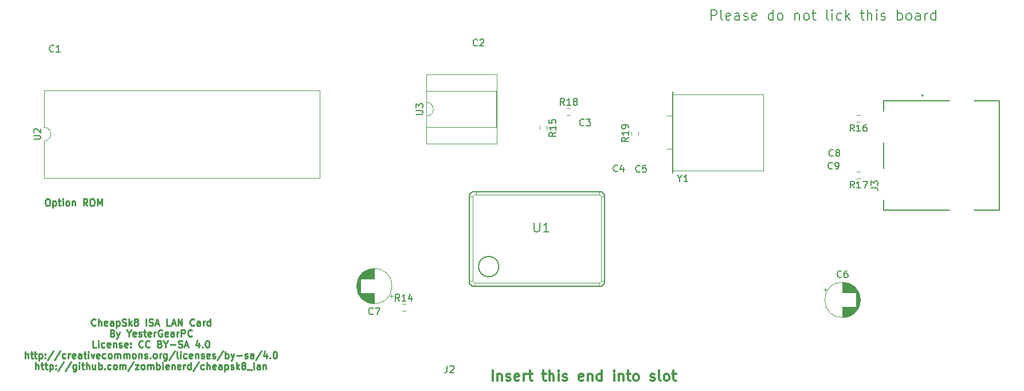
<source format=gbr>
%TF.GenerationSoftware,KiCad,Pcbnew,6.0.2+dfsg-1*%
%TF.CreationDate,2022-05-09T19:42:05-04:00*%
%TF.ProjectId,Cheapsk8_LAN,43686561-7073-46b3-985f-4c414e2e6b69,1*%
%TF.SameCoordinates,Original*%
%TF.FileFunction,Legend,Top*%
%TF.FilePolarity,Positive*%
%FSLAX46Y46*%
G04 Gerber Fmt 4.6, Leading zero omitted, Abs format (unit mm)*
G04 Created by KiCad (PCBNEW 6.0.2+dfsg-1) date 2022-05-09 19:42:05*
%MOMM*%
%LPD*%
G01*
G04 APERTURE LIST*
%ADD10C,0.300000*%
%ADD11C,0.150000*%
%ADD12C,0.250000*%
%ADD13C,0.050800*%
%ADD14C,0.127000*%
%ADD15C,0.120000*%
%ADD16C,0.200000*%
G04 APERTURE END LIST*
D10*
X128201828Y-131844171D02*
X128201828Y-130344171D01*
X128916114Y-130844171D02*
X128916114Y-131844171D01*
X128916114Y-130987028D02*
X128987542Y-130915600D01*
X129130400Y-130844171D01*
X129344685Y-130844171D01*
X129487542Y-130915600D01*
X129558971Y-131058457D01*
X129558971Y-131844171D01*
X130201828Y-131772742D02*
X130344685Y-131844171D01*
X130630400Y-131844171D01*
X130773257Y-131772742D01*
X130844685Y-131629885D01*
X130844685Y-131558457D01*
X130773257Y-131415600D01*
X130630400Y-131344171D01*
X130416114Y-131344171D01*
X130273257Y-131272742D01*
X130201828Y-131129885D01*
X130201828Y-131058457D01*
X130273257Y-130915600D01*
X130416114Y-130844171D01*
X130630400Y-130844171D01*
X130773257Y-130915600D01*
X132058971Y-131772742D02*
X131916114Y-131844171D01*
X131630400Y-131844171D01*
X131487542Y-131772742D01*
X131416114Y-131629885D01*
X131416114Y-131058457D01*
X131487542Y-130915600D01*
X131630400Y-130844171D01*
X131916114Y-130844171D01*
X132058971Y-130915600D01*
X132130400Y-131058457D01*
X132130400Y-131201314D01*
X131416114Y-131344171D01*
X132773257Y-131844171D02*
X132773257Y-130844171D01*
X132773257Y-131129885D02*
X132844685Y-130987028D01*
X132916114Y-130915600D01*
X133058971Y-130844171D01*
X133201828Y-130844171D01*
X133487542Y-130844171D02*
X134058971Y-130844171D01*
X133701828Y-130344171D02*
X133701828Y-131629885D01*
X133773257Y-131772742D01*
X133916114Y-131844171D01*
X134058971Y-131844171D01*
X135487542Y-130844171D02*
X136058971Y-130844171D01*
X135701828Y-130344171D02*
X135701828Y-131629885D01*
X135773257Y-131772742D01*
X135916114Y-131844171D01*
X136058971Y-131844171D01*
X136558971Y-131844171D02*
X136558971Y-130344171D01*
X137201828Y-131844171D02*
X137201828Y-131058457D01*
X137130400Y-130915600D01*
X136987542Y-130844171D01*
X136773257Y-130844171D01*
X136630400Y-130915600D01*
X136558971Y-130987028D01*
X137916114Y-131844171D02*
X137916114Y-130844171D01*
X137916114Y-130344171D02*
X137844685Y-130415600D01*
X137916114Y-130487028D01*
X137987542Y-130415600D01*
X137916114Y-130344171D01*
X137916114Y-130487028D01*
X138558971Y-131772742D02*
X138701828Y-131844171D01*
X138987542Y-131844171D01*
X139130400Y-131772742D01*
X139201828Y-131629885D01*
X139201828Y-131558457D01*
X139130400Y-131415600D01*
X138987542Y-131344171D01*
X138773257Y-131344171D01*
X138630400Y-131272742D01*
X138558971Y-131129885D01*
X138558971Y-131058457D01*
X138630400Y-130915600D01*
X138773257Y-130844171D01*
X138987542Y-130844171D01*
X139130400Y-130915600D01*
X141558971Y-131772742D02*
X141416114Y-131844171D01*
X141130400Y-131844171D01*
X140987542Y-131772742D01*
X140916114Y-131629885D01*
X140916114Y-131058457D01*
X140987542Y-130915600D01*
X141130400Y-130844171D01*
X141416114Y-130844171D01*
X141558971Y-130915600D01*
X141630400Y-131058457D01*
X141630400Y-131201314D01*
X140916114Y-131344171D01*
X142273257Y-130844171D02*
X142273257Y-131844171D01*
X142273257Y-130987028D02*
X142344685Y-130915600D01*
X142487542Y-130844171D01*
X142701828Y-130844171D01*
X142844685Y-130915600D01*
X142916114Y-131058457D01*
X142916114Y-131844171D01*
X144273257Y-131844171D02*
X144273257Y-130344171D01*
X144273257Y-131772742D02*
X144130400Y-131844171D01*
X143844685Y-131844171D01*
X143701828Y-131772742D01*
X143630400Y-131701314D01*
X143558971Y-131558457D01*
X143558971Y-131129885D01*
X143630400Y-130987028D01*
X143701828Y-130915600D01*
X143844685Y-130844171D01*
X144130400Y-130844171D01*
X144273257Y-130915600D01*
X146130400Y-131844171D02*
X146130400Y-130844171D01*
X146130400Y-130344171D02*
X146058971Y-130415600D01*
X146130400Y-130487028D01*
X146201828Y-130415600D01*
X146130400Y-130344171D01*
X146130400Y-130487028D01*
X146844685Y-130844171D02*
X146844685Y-131844171D01*
X146844685Y-130987028D02*
X146916114Y-130915600D01*
X147058971Y-130844171D01*
X147273257Y-130844171D01*
X147416114Y-130915600D01*
X147487542Y-131058457D01*
X147487542Y-131844171D01*
X147987542Y-130844171D02*
X148558971Y-130844171D01*
X148201828Y-130344171D02*
X148201828Y-131629885D01*
X148273257Y-131772742D01*
X148416114Y-131844171D01*
X148558971Y-131844171D01*
X149273257Y-131844171D02*
X149130400Y-131772742D01*
X149058971Y-131701314D01*
X148987542Y-131558457D01*
X148987542Y-131129885D01*
X149058971Y-130987028D01*
X149130400Y-130915600D01*
X149273257Y-130844171D01*
X149487542Y-130844171D01*
X149630400Y-130915600D01*
X149701828Y-130987028D01*
X149773257Y-131129885D01*
X149773257Y-131558457D01*
X149701828Y-131701314D01*
X149630400Y-131772742D01*
X149487542Y-131844171D01*
X149273257Y-131844171D01*
X151487542Y-131772742D02*
X151630400Y-131844171D01*
X151916114Y-131844171D01*
X152058971Y-131772742D01*
X152130400Y-131629885D01*
X152130400Y-131558457D01*
X152058971Y-131415600D01*
X151916114Y-131344171D01*
X151701828Y-131344171D01*
X151558971Y-131272742D01*
X151487542Y-131129885D01*
X151487542Y-131058457D01*
X151558971Y-130915600D01*
X151701828Y-130844171D01*
X151916114Y-130844171D01*
X152058971Y-130915600D01*
X152987542Y-131844171D02*
X152844685Y-131772742D01*
X152773257Y-131629885D01*
X152773257Y-130344171D01*
X153773257Y-131844171D02*
X153630400Y-131772742D01*
X153558971Y-131701314D01*
X153487542Y-131558457D01*
X153487542Y-131129885D01*
X153558971Y-130987028D01*
X153630400Y-130915600D01*
X153773257Y-130844171D01*
X153987542Y-130844171D01*
X154130400Y-130915600D01*
X154201828Y-130987028D01*
X154273257Y-131129885D01*
X154273257Y-131558457D01*
X154201828Y-131701314D01*
X154130400Y-131772742D01*
X153987542Y-131844171D01*
X153773257Y-131844171D01*
X154701828Y-130844171D02*
X155273257Y-130844171D01*
X154916114Y-130344171D02*
X154916114Y-131629885D01*
X154987542Y-131772742D01*
X155130400Y-131844171D01*
X155273257Y-131844171D01*
D11*
X160430857Y-78504171D02*
X160430857Y-77004171D01*
X161002285Y-77004171D01*
X161145142Y-77075600D01*
X161216571Y-77147028D01*
X161287999Y-77289885D01*
X161287999Y-77504171D01*
X161216571Y-77647028D01*
X161145142Y-77718457D01*
X161002285Y-77789885D01*
X160430857Y-77789885D01*
X162145142Y-78504171D02*
X162002285Y-78432742D01*
X161930857Y-78289885D01*
X161930857Y-77004171D01*
X163287999Y-78432742D02*
X163145142Y-78504171D01*
X162859428Y-78504171D01*
X162716571Y-78432742D01*
X162645142Y-78289885D01*
X162645142Y-77718457D01*
X162716571Y-77575600D01*
X162859428Y-77504171D01*
X163145142Y-77504171D01*
X163287999Y-77575600D01*
X163359428Y-77718457D01*
X163359428Y-77861314D01*
X162645142Y-78004171D01*
X164645142Y-78504171D02*
X164645142Y-77718457D01*
X164573714Y-77575600D01*
X164430857Y-77504171D01*
X164145142Y-77504171D01*
X164002285Y-77575600D01*
X164645142Y-78432742D02*
X164502285Y-78504171D01*
X164145142Y-78504171D01*
X164002285Y-78432742D01*
X163930857Y-78289885D01*
X163930857Y-78147028D01*
X164002285Y-78004171D01*
X164145142Y-77932742D01*
X164502285Y-77932742D01*
X164645142Y-77861314D01*
X165287999Y-78432742D02*
X165430857Y-78504171D01*
X165716571Y-78504171D01*
X165859428Y-78432742D01*
X165930857Y-78289885D01*
X165930857Y-78218457D01*
X165859428Y-78075600D01*
X165716571Y-78004171D01*
X165502285Y-78004171D01*
X165359428Y-77932742D01*
X165287999Y-77789885D01*
X165287999Y-77718457D01*
X165359428Y-77575600D01*
X165502285Y-77504171D01*
X165716571Y-77504171D01*
X165859428Y-77575600D01*
X167145142Y-78432742D02*
X167002285Y-78504171D01*
X166716571Y-78504171D01*
X166573714Y-78432742D01*
X166502285Y-78289885D01*
X166502285Y-77718457D01*
X166573714Y-77575600D01*
X166716571Y-77504171D01*
X167002285Y-77504171D01*
X167145142Y-77575600D01*
X167216571Y-77718457D01*
X167216571Y-77861314D01*
X166502285Y-78004171D01*
X169645142Y-78504171D02*
X169645142Y-77004171D01*
X169645142Y-78432742D02*
X169502285Y-78504171D01*
X169216571Y-78504171D01*
X169073714Y-78432742D01*
X169002285Y-78361314D01*
X168930857Y-78218457D01*
X168930857Y-77789885D01*
X169002285Y-77647028D01*
X169073714Y-77575600D01*
X169216571Y-77504171D01*
X169502285Y-77504171D01*
X169645142Y-77575600D01*
X170573714Y-78504171D02*
X170430857Y-78432742D01*
X170359428Y-78361314D01*
X170287999Y-78218457D01*
X170287999Y-77789885D01*
X170359428Y-77647028D01*
X170430857Y-77575600D01*
X170573714Y-77504171D01*
X170787999Y-77504171D01*
X170930857Y-77575600D01*
X171002285Y-77647028D01*
X171073714Y-77789885D01*
X171073714Y-78218457D01*
X171002285Y-78361314D01*
X170930857Y-78432742D01*
X170787999Y-78504171D01*
X170573714Y-78504171D01*
X172859428Y-77504171D02*
X172859428Y-78504171D01*
X172859428Y-77647028D02*
X172930857Y-77575600D01*
X173073714Y-77504171D01*
X173287999Y-77504171D01*
X173430857Y-77575600D01*
X173502285Y-77718457D01*
X173502285Y-78504171D01*
X174430857Y-78504171D02*
X174287999Y-78432742D01*
X174216571Y-78361314D01*
X174145142Y-78218457D01*
X174145142Y-77789885D01*
X174216571Y-77647028D01*
X174287999Y-77575600D01*
X174430857Y-77504171D01*
X174645142Y-77504171D01*
X174787999Y-77575600D01*
X174859428Y-77647028D01*
X174930857Y-77789885D01*
X174930857Y-78218457D01*
X174859428Y-78361314D01*
X174787999Y-78432742D01*
X174645142Y-78504171D01*
X174430857Y-78504171D01*
X175359428Y-77504171D02*
X175930857Y-77504171D01*
X175573714Y-77004171D02*
X175573714Y-78289885D01*
X175645142Y-78432742D01*
X175787999Y-78504171D01*
X175930857Y-78504171D01*
X177787999Y-78504171D02*
X177645142Y-78432742D01*
X177573714Y-78289885D01*
X177573714Y-77004171D01*
X178359428Y-78504171D02*
X178359428Y-77504171D01*
X178359428Y-77004171D02*
X178287999Y-77075600D01*
X178359428Y-77147028D01*
X178430857Y-77075600D01*
X178359428Y-77004171D01*
X178359428Y-77147028D01*
X179716571Y-78432742D02*
X179573714Y-78504171D01*
X179287999Y-78504171D01*
X179145142Y-78432742D01*
X179073714Y-78361314D01*
X179002285Y-78218457D01*
X179002285Y-77789885D01*
X179073714Y-77647028D01*
X179145142Y-77575600D01*
X179287999Y-77504171D01*
X179573714Y-77504171D01*
X179716571Y-77575600D01*
X180359428Y-78504171D02*
X180359428Y-77004171D01*
X180502285Y-77932742D02*
X180930857Y-78504171D01*
X180930857Y-77504171D02*
X180359428Y-78075600D01*
X182502285Y-77504171D02*
X183073714Y-77504171D01*
X182716571Y-77004171D02*
X182716571Y-78289885D01*
X182787999Y-78432742D01*
X182930857Y-78504171D01*
X183073714Y-78504171D01*
X183573714Y-78504171D02*
X183573714Y-77004171D01*
X184216571Y-78504171D02*
X184216571Y-77718457D01*
X184145142Y-77575600D01*
X184002285Y-77504171D01*
X183787999Y-77504171D01*
X183645142Y-77575600D01*
X183573714Y-77647028D01*
X184930857Y-78504171D02*
X184930857Y-77504171D01*
X184930857Y-77004171D02*
X184859428Y-77075600D01*
X184930857Y-77147028D01*
X185002285Y-77075600D01*
X184930857Y-77004171D01*
X184930857Y-77147028D01*
X185573714Y-78432742D02*
X185716571Y-78504171D01*
X186002285Y-78504171D01*
X186145142Y-78432742D01*
X186216571Y-78289885D01*
X186216571Y-78218457D01*
X186145142Y-78075600D01*
X186002285Y-78004171D01*
X185787999Y-78004171D01*
X185645142Y-77932742D01*
X185573714Y-77789885D01*
X185573714Y-77718457D01*
X185645142Y-77575600D01*
X185787999Y-77504171D01*
X186002285Y-77504171D01*
X186145142Y-77575600D01*
X188002285Y-78504171D02*
X188002285Y-77004171D01*
X188002285Y-77575600D02*
X188145142Y-77504171D01*
X188430857Y-77504171D01*
X188573714Y-77575600D01*
X188645142Y-77647028D01*
X188716571Y-77789885D01*
X188716571Y-78218457D01*
X188645142Y-78361314D01*
X188573714Y-78432742D01*
X188430857Y-78504171D01*
X188145142Y-78504171D01*
X188002285Y-78432742D01*
X189573714Y-78504171D02*
X189430857Y-78432742D01*
X189359428Y-78361314D01*
X189287999Y-78218457D01*
X189287999Y-77789885D01*
X189359428Y-77647028D01*
X189430857Y-77575600D01*
X189573714Y-77504171D01*
X189787999Y-77504171D01*
X189930857Y-77575600D01*
X190002285Y-77647028D01*
X190073714Y-77789885D01*
X190073714Y-78218457D01*
X190002285Y-78361314D01*
X189930857Y-78432742D01*
X189787999Y-78504171D01*
X189573714Y-78504171D01*
X191359428Y-78504171D02*
X191359428Y-77718457D01*
X191287999Y-77575600D01*
X191145142Y-77504171D01*
X190859428Y-77504171D01*
X190716571Y-77575600D01*
X191359428Y-78432742D02*
X191216571Y-78504171D01*
X190859428Y-78504171D01*
X190716571Y-78432742D01*
X190645142Y-78289885D01*
X190645142Y-78147028D01*
X190716571Y-78004171D01*
X190859428Y-77932742D01*
X191216571Y-77932742D01*
X191359428Y-77861314D01*
X192073714Y-78504171D02*
X192073714Y-77504171D01*
X192073714Y-77789885D02*
X192145142Y-77647028D01*
X192216571Y-77575600D01*
X192359428Y-77504171D01*
X192502285Y-77504171D01*
X193645142Y-78504171D02*
X193645142Y-77004171D01*
X193645142Y-78432742D02*
X193502285Y-78504171D01*
X193216571Y-78504171D01*
X193073714Y-78432742D01*
X193002285Y-78361314D01*
X192930857Y-78218457D01*
X192930857Y-77789885D01*
X193002285Y-77647028D01*
X193073714Y-77575600D01*
X193216571Y-77504171D01*
X193502285Y-77504171D01*
X193645142Y-77575600D01*
D12*
X69508123Y-123603742D02*
X69460504Y-123651361D01*
X69317647Y-123698980D01*
X69222409Y-123698980D01*
X69079552Y-123651361D01*
X68984314Y-123556123D01*
X68936695Y-123460885D01*
X68889076Y-123270409D01*
X68889076Y-123127552D01*
X68936695Y-122937076D01*
X68984314Y-122841838D01*
X69079552Y-122746600D01*
X69222409Y-122698980D01*
X69317647Y-122698980D01*
X69460504Y-122746600D01*
X69508123Y-122794219D01*
X69936695Y-123698980D02*
X69936695Y-122698980D01*
X70365266Y-123698980D02*
X70365266Y-123175171D01*
X70317647Y-123079933D01*
X70222409Y-123032314D01*
X70079552Y-123032314D01*
X69984314Y-123079933D01*
X69936695Y-123127552D01*
X71222409Y-123651361D02*
X71127171Y-123698980D01*
X70936695Y-123698980D01*
X70841457Y-123651361D01*
X70793838Y-123556123D01*
X70793838Y-123175171D01*
X70841457Y-123079933D01*
X70936695Y-123032314D01*
X71127171Y-123032314D01*
X71222409Y-123079933D01*
X71270028Y-123175171D01*
X71270028Y-123270409D01*
X70793838Y-123365647D01*
X72127171Y-123698980D02*
X72127171Y-123175171D01*
X72079552Y-123079933D01*
X71984314Y-123032314D01*
X71793838Y-123032314D01*
X71698600Y-123079933D01*
X72127171Y-123651361D02*
X72031933Y-123698980D01*
X71793838Y-123698980D01*
X71698600Y-123651361D01*
X71650980Y-123556123D01*
X71650980Y-123460885D01*
X71698600Y-123365647D01*
X71793838Y-123318028D01*
X72031933Y-123318028D01*
X72127171Y-123270409D01*
X72603361Y-123032314D02*
X72603361Y-124032314D01*
X72603361Y-123079933D02*
X72698600Y-123032314D01*
X72889076Y-123032314D01*
X72984314Y-123079933D01*
X73031933Y-123127552D01*
X73079552Y-123222790D01*
X73079552Y-123508504D01*
X73031933Y-123603742D01*
X72984314Y-123651361D01*
X72889076Y-123698980D01*
X72698600Y-123698980D01*
X72603361Y-123651361D01*
X73460504Y-123651361D02*
X73603361Y-123698980D01*
X73841457Y-123698980D01*
X73936695Y-123651361D01*
X73984314Y-123603742D01*
X74031933Y-123508504D01*
X74031933Y-123413266D01*
X73984314Y-123318028D01*
X73936695Y-123270409D01*
X73841457Y-123222790D01*
X73650980Y-123175171D01*
X73555742Y-123127552D01*
X73508123Y-123079933D01*
X73460504Y-122984695D01*
X73460504Y-122889457D01*
X73508123Y-122794219D01*
X73555742Y-122746600D01*
X73650980Y-122698980D01*
X73889076Y-122698980D01*
X74031933Y-122746600D01*
X74460504Y-123698980D02*
X74460504Y-122698980D01*
X74555742Y-123318028D02*
X74841457Y-123698980D01*
X74841457Y-123032314D02*
X74460504Y-123413266D01*
X75412885Y-123127552D02*
X75317647Y-123079933D01*
X75270028Y-123032314D01*
X75222409Y-122937076D01*
X75222409Y-122889457D01*
X75270028Y-122794219D01*
X75317647Y-122746600D01*
X75412885Y-122698980D01*
X75603361Y-122698980D01*
X75698600Y-122746600D01*
X75746219Y-122794219D01*
X75793838Y-122889457D01*
X75793838Y-122937076D01*
X75746219Y-123032314D01*
X75698600Y-123079933D01*
X75603361Y-123127552D01*
X75412885Y-123127552D01*
X75317647Y-123175171D01*
X75270028Y-123222790D01*
X75222409Y-123318028D01*
X75222409Y-123508504D01*
X75270028Y-123603742D01*
X75317647Y-123651361D01*
X75412885Y-123698980D01*
X75603361Y-123698980D01*
X75698600Y-123651361D01*
X75746219Y-123603742D01*
X75793838Y-123508504D01*
X75793838Y-123318028D01*
X75746219Y-123222790D01*
X75698600Y-123175171D01*
X75603361Y-123127552D01*
X76984314Y-123698980D02*
X76984314Y-122698980D01*
X77412885Y-123651361D02*
X77555742Y-123698980D01*
X77793838Y-123698980D01*
X77889076Y-123651361D01*
X77936695Y-123603742D01*
X77984314Y-123508504D01*
X77984314Y-123413266D01*
X77936695Y-123318028D01*
X77889076Y-123270409D01*
X77793838Y-123222790D01*
X77603361Y-123175171D01*
X77508123Y-123127552D01*
X77460504Y-123079933D01*
X77412885Y-122984695D01*
X77412885Y-122889457D01*
X77460504Y-122794219D01*
X77508123Y-122746600D01*
X77603361Y-122698980D01*
X77841457Y-122698980D01*
X77984314Y-122746600D01*
X78365266Y-123413266D02*
X78841457Y-123413266D01*
X78270028Y-123698980D02*
X78603361Y-122698980D01*
X78936695Y-123698980D01*
X80508123Y-123698980D02*
X80031933Y-123698980D01*
X80031933Y-122698980D01*
X80793838Y-123413266D02*
X81270028Y-123413266D01*
X80698600Y-123698980D02*
X81031933Y-122698980D01*
X81365266Y-123698980D01*
X81698600Y-123698980D02*
X81698600Y-122698980D01*
X82270028Y-123698980D01*
X82270028Y-122698980D01*
X84079552Y-123603742D02*
X84031933Y-123651361D01*
X83889076Y-123698980D01*
X83793838Y-123698980D01*
X83650980Y-123651361D01*
X83555742Y-123556123D01*
X83508123Y-123460885D01*
X83460504Y-123270409D01*
X83460504Y-123127552D01*
X83508123Y-122937076D01*
X83555742Y-122841838D01*
X83650980Y-122746600D01*
X83793838Y-122698980D01*
X83889076Y-122698980D01*
X84031933Y-122746600D01*
X84079552Y-122794219D01*
X84936695Y-123698980D02*
X84936695Y-123175171D01*
X84889076Y-123079933D01*
X84793838Y-123032314D01*
X84603361Y-123032314D01*
X84508123Y-123079933D01*
X84936695Y-123651361D02*
X84841457Y-123698980D01*
X84603361Y-123698980D01*
X84508123Y-123651361D01*
X84460504Y-123556123D01*
X84460504Y-123460885D01*
X84508123Y-123365647D01*
X84603361Y-123318028D01*
X84841457Y-123318028D01*
X84936695Y-123270409D01*
X85412885Y-123698980D02*
X85412885Y-123032314D01*
X85412885Y-123222790D02*
X85460504Y-123127552D01*
X85508123Y-123079933D01*
X85603361Y-123032314D01*
X85698600Y-123032314D01*
X86460504Y-123698980D02*
X86460504Y-122698980D01*
X86460504Y-123651361D02*
X86365266Y-123698980D01*
X86174790Y-123698980D01*
X86079552Y-123651361D01*
X86031933Y-123603742D01*
X85984314Y-123508504D01*
X85984314Y-123222790D01*
X86031933Y-123127552D01*
X86079552Y-123079933D01*
X86174790Y-123032314D01*
X86365266Y-123032314D01*
X86460504Y-123079933D01*
X72031933Y-124785171D02*
X72174790Y-124832790D01*
X72222409Y-124880409D01*
X72270028Y-124975647D01*
X72270028Y-125118504D01*
X72222409Y-125213742D01*
X72174790Y-125261361D01*
X72079552Y-125308980D01*
X71698600Y-125308980D01*
X71698600Y-124308980D01*
X72031933Y-124308980D01*
X72127171Y-124356600D01*
X72174790Y-124404219D01*
X72222409Y-124499457D01*
X72222409Y-124594695D01*
X72174790Y-124689933D01*
X72127171Y-124737552D01*
X72031933Y-124785171D01*
X71698600Y-124785171D01*
X72603361Y-124642314D02*
X72841457Y-125308980D01*
X73079552Y-124642314D02*
X72841457Y-125308980D01*
X72746219Y-125547076D01*
X72698600Y-125594695D01*
X72603361Y-125642314D01*
X74412885Y-124832790D02*
X74412885Y-125308980D01*
X74079552Y-124308980D02*
X74412885Y-124832790D01*
X74746219Y-124308980D01*
X75460504Y-125261361D02*
X75365266Y-125308980D01*
X75174790Y-125308980D01*
X75079552Y-125261361D01*
X75031933Y-125166123D01*
X75031933Y-124785171D01*
X75079552Y-124689933D01*
X75174790Y-124642314D01*
X75365266Y-124642314D01*
X75460504Y-124689933D01*
X75508123Y-124785171D01*
X75508123Y-124880409D01*
X75031933Y-124975647D01*
X75889076Y-125261361D02*
X75984314Y-125308980D01*
X76174790Y-125308980D01*
X76270028Y-125261361D01*
X76317647Y-125166123D01*
X76317647Y-125118504D01*
X76270028Y-125023266D01*
X76174790Y-124975647D01*
X76031933Y-124975647D01*
X75936695Y-124928028D01*
X75889076Y-124832790D01*
X75889076Y-124785171D01*
X75936695Y-124689933D01*
X76031933Y-124642314D01*
X76174790Y-124642314D01*
X76270028Y-124689933D01*
X76603361Y-124642314D02*
X76984314Y-124642314D01*
X76746219Y-124308980D02*
X76746219Y-125166123D01*
X76793838Y-125261361D01*
X76889076Y-125308980D01*
X76984314Y-125308980D01*
X77698600Y-125261361D02*
X77603361Y-125308980D01*
X77412885Y-125308980D01*
X77317647Y-125261361D01*
X77270028Y-125166123D01*
X77270028Y-124785171D01*
X77317647Y-124689933D01*
X77412885Y-124642314D01*
X77603361Y-124642314D01*
X77698600Y-124689933D01*
X77746219Y-124785171D01*
X77746219Y-124880409D01*
X77270028Y-124975647D01*
X78174790Y-125308980D02*
X78174790Y-124642314D01*
X78174790Y-124832790D02*
X78222409Y-124737552D01*
X78270028Y-124689933D01*
X78365266Y-124642314D01*
X78460504Y-124642314D01*
X79317647Y-124356600D02*
X79222409Y-124308980D01*
X79079552Y-124308980D01*
X78936695Y-124356600D01*
X78841457Y-124451838D01*
X78793838Y-124547076D01*
X78746219Y-124737552D01*
X78746219Y-124880409D01*
X78793838Y-125070885D01*
X78841457Y-125166123D01*
X78936695Y-125261361D01*
X79079552Y-125308980D01*
X79174790Y-125308980D01*
X79317647Y-125261361D01*
X79365266Y-125213742D01*
X79365266Y-124880409D01*
X79174790Y-124880409D01*
X80174790Y-125261361D02*
X80079552Y-125308980D01*
X79889076Y-125308980D01*
X79793838Y-125261361D01*
X79746219Y-125166123D01*
X79746219Y-124785171D01*
X79793838Y-124689933D01*
X79889076Y-124642314D01*
X80079552Y-124642314D01*
X80174790Y-124689933D01*
X80222409Y-124785171D01*
X80222409Y-124880409D01*
X79746219Y-124975647D01*
X81079552Y-125308980D02*
X81079552Y-124785171D01*
X81031933Y-124689933D01*
X80936695Y-124642314D01*
X80746219Y-124642314D01*
X80650980Y-124689933D01*
X81079552Y-125261361D02*
X80984314Y-125308980D01*
X80746219Y-125308980D01*
X80650980Y-125261361D01*
X80603361Y-125166123D01*
X80603361Y-125070885D01*
X80650980Y-124975647D01*
X80746219Y-124928028D01*
X80984314Y-124928028D01*
X81079552Y-124880409D01*
X81555742Y-125308980D02*
X81555742Y-124642314D01*
X81555742Y-124832790D02*
X81603361Y-124737552D01*
X81650980Y-124689933D01*
X81746219Y-124642314D01*
X81841457Y-124642314D01*
X82174790Y-125308980D02*
X82174790Y-124308980D01*
X82555742Y-124308980D01*
X82650980Y-124356600D01*
X82698600Y-124404219D01*
X82746219Y-124499457D01*
X82746219Y-124642314D01*
X82698600Y-124737552D01*
X82650980Y-124785171D01*
X82555742Y-124832790D01*
X82174790Y-124832790D01*
X83746219Y-125213742D02*
X83698600Y-125261361D01*
X83555742Y-125308980D01*
X83460504Y-125308980D01*
X83317647Y-125261361D01*
X83222409Y-125166123D01*
X83174790Y-125070885D01*
X83127171Y-124880409D01*
X83127171Y-124737552D01*
X83174790Y-124547076D01*
X83222409Y-124451838D01*
X83317647Y-124356600D01*
X83460504Y-124308980D01*
X83555742Y-124308980D01*
X83698600Y-124356600D01*
X83746219Y-124404219D01*
X69603361Y-126918980D02*
X69127171Y-126918980D01*
X69127171Y-125918980D01*
X69936695Y-126918980D02*
X69936695Y-126252314D01*
X69936695Y-125918980D02*
X69889076Y-125966600D01*
X69936695Y-126014219D01*
X69984314Y-125966600D01*
X69936695Y-125918980D01*
X69936695Y-126014219D01*
X70841457Y-126871361D02*
X70746219Y-126918980D01*
X70555742Y-126918980D01*
X70460504Y-126871361D01*
X70412885Y-126823742D01*
X70365266Y-126728504D01*
X70365266Y-126442790D01*
X70412885Y-126347552D01*
X70460504Y-126299933D01*
X70555742Y-126252314D01*
X70746219Y-126252314D01*
X70841457Y-126299933D01*
X71650980Y-126871361D02*
X71555742Y-126918980D01*
X71365266Y-126918980D01*
X71270028Y-126871361D01*
X71222409Y-126776123D01*
X71222409Y-126395171D01*
X71270028Y-126299933D01*
X71365266Y-126252314D01*
X71555742Y-126252314D01*
X71650980Y-126299933D01*
X71698600Y-126395171D01*
X71698600Y-126490409D01*
X71222409Y-126585647D01*
X72127171Y-126252314D02*
X72127171Y-126918980D01*
X72127171Y-126347552D02*
X72174790Y-126299933D01*
X72270028Y-126252314D01*
X72412885Y-126252314D01*
X72508123Y-126299933D01*
X72555742Y-126395171D01*
X72555742Y-126918980D01*
X72984314Y-126871361D02*
X73079552Y-126918980D01*
X73270028Y-126918980D01*
X73365266Y-126871361D01*
X73412885Y-126776123D01*
X73412885Y-126728504D01*
X73365266Y-126633266D01*
X73270028Y-126585647D01*
X73127171Y-126585647D01*
X73031933Y-126538028D01*
X72984314Y-126442790D01*
X72984314Y-126395171D01*
X73031933Y-126299933D01*
X73127171Y-126252314D01*
X73270028Y-126252314D01*
X73365266Y-126299933D01*
X74222409Y-126871361D02*
X74127171Y-126918980D01*
X73936695Y-126918980D01*
X73841457Y-126871361D01*
X73793838Y-126776123D01*
X73793838Y-126395171D01*
X73841457Y-126299933D01*
X73936695Y-126252314D01*
X74127171Y-126252314D01*
X74222409Y-126299933D01*
X74270028Y-126395171D01*
X74270028Y-126490409D01*
X73793838Y-126585647D01*
X74698600Y-126823742D02*
X74746219Y-126871361D01*
X74698600Y-126918980D01*
X74650980Y-126871361D01*
X74698600Y-126823742D01*
X74698600Y-126918980D01*
X74698600Y-126299933D02*
X74746219Y-126347552D01*
X74698600Y-126395171D01*
X74650980Y-126347552D01*
X74698600Y-126299933D01*
X74698600Y-126395171D01*
X76508123Y-126823742D02*
X76460504Y-126871361D01*
X76317647Y-126918980D01*
X76222409Y-126918980D01*
X76079552Y-126871361D01*
X75984314Y-126776123D01*
X75936695Y-126680885D01*
X75889076Y-126490409D01*
X75889076Y-126347552D01*
X75936695Y-126157076D01*
X75984314Y-126061838D01*
X76079552Y-125966600D01*
X76222409Y-125918980D01*
X76317647Y-125918980D01*
X76460504Y-125966600D01*
X76508123Y-126014219D01*
X77508123Y-126823742D02*
X77460504Y-126871361D01*
X77317647Y-126918980D01*
X77222409Y-126918980D01*
X77079552Y-126871361D01*
X76984314Y-126776123D01*
X76936695Y-126680885D01*
X76889076Y-126490409D01*
X76889076Y-126347552D01*
X76936695Y-126157076D01*
X76984314Y-126061838D01*
X77079552Y-125966600D01*
X77222409Y-125918980D01*
X77317647Y-125918980D01*
X77460504Y-125966600D01*
X77508123Y-126014219D01*
X79031933Y-126395171D02*
X79174790Y-126442790D01*
X79222409Y-126490409D01*
X79270028Y-126585647D01*
X79270028Y-126728504D01*
X79222409Y-126823742D01*
X79174790Y-126871361D01*
X79079552Y-126918980D01*
X78698600Y-126918980D01*
X78698600Y-125918980D01*
X79031933Y-125918980D01*
X79127171Y-125966600D01*
X79174790Y-126014219D01*
X79222409Y-126109457D01*
X79222409Y-126204695D01*
X79174790Y-126299933D01*
X79127171Y-126347552D01*
X79031933Y-126395171D01*
X78698600Y-126395171D01*
X79889076Y-126442790D02*
X79889076Y-126918980D01*
X79555742Y-125918980D02*
X79889076Y-126442790D01*
X80222409Y-125918980D01*
X80555742Y-126538028D02*
X81317647Y-126538028D01*
X81746219Y-126871361D02*
X81889076Y-126918980D01*
X82127171Y-126918980D01*
X82222409Y-126871361D01*
X82270028Y-126823742D01*
X82317647Y-126728504D01*
X82317647Y-126633266D01*
X82270028Y-126538028D01*
X82222409Y-126490409D01*
X82127171Y-126442790D01*
X81936695Y-126395171D01*
X81841457Y-126347552D01*
X81793838Y-126299933D01*
X81746219Y-126204695D01*
X81746219Y-126109457D01*
X81793838Y-126014219D01*
X81841457Y-125966600D01*
X81936695Y-125918980D01*
X82174790Y-125918980D01*
X82317647Y-125966600D01*
X82698600Y-126633266D02*
X83174790Y-126633266D01*
X82603361Y-126918980D02*
X82936695Y-125918980D01*
X83270028Y-126918980D01*
X84793838Y-126252314D02*
X84793838Y-126918980D01*
X84555742Y-125871361D02*
X84317647Y-126585647D01*
X84936695Y-126585647D01*
X85317647Y-126823742D02*
X85365266Y-126871361D01*
X85317647Y-126918980D01*
X85270028Y-126871361D01*
X85317647Y-126823742D01*
X85317647Y-126918980D01*
X85984314Y-125918980D02*
X86079552Y-125918980D01*
X86174790Y-125966600D01*
X86222409Y-126014219D01*
X86270028Y-126109457D01*
X86317647Y-126299933D01*
X86317647Y-126538028D01*
X86270028Y-126728504D01*
X86222409Y-126823742D01*
X86174790Y-126871361D01*
X86079552Y-126918980D01*
X85984314Y-126918980D01*
X85889076Y-126871361D01*
X85841457Y-126823742D01*
X85793838Y-126728504D01*
X85746219Y-126538028D01*
X85746219Y-126299933D01*
X85793838Y-126109457D01*
X85841457Y-126014219D01*
X85889076Y-125966600D01*
X85984314Y-125918980D01*
X59127171Y-128528980D02*
X59127171Y-127528980D01*
X59555742Y-128528980D02*
X59555742Y-128005171D01*
X59508123Y-127909933D01*
X59412885Y-127862314D01*
X59270028Y-127862314D01*
X59174790Y-127909933D01*
X59127171Y-127957552D01*
X59889076Y-127862314D02*
X60270028Y-127862314D01*
X60031933Y-127528980D02*
X60031933Y-128386123D01*
X60079552Y-128481361D01*
X60174790Y-128528980D01*
X60270028Y-128528980D01*
X60460504Y-127862314D02*
X60841457Y-127862314D01*
X60603361Y-127528980D02*
X60603361Y-128386123D01*
X60650980Y-128481361D01*
X60746219Y-128528980D01*
X60841457Y-128528980D01*
X61174790Y-127862314D02*
X61174790Y-128862314D01*
X61174790Y-127909933D02*
X61270028Y-127862314D01*
X61460504Y-127862314D01*
X61555742Y-127909933D01*
X61603361Y-127957552D01*
X61650980Y-128052790D01*
X61650980Y-128338504D01*
X61603361Y-128433742D01*
X61555742Y-128481361D01*
X61460504Y-128528980D01*
X61270028Y-128528980D01*
X61174790Y-128481361D01*
X62079552Y-128433742D02*
X62127171Y-128481361D01*
X62079552Y-128528980D01*
X62031933Y-128481361D01*
X62079552Y-128433742D01*
X62079552Y-128528980D01*
X62079552Y-127909933D02*
X62127171Y-127957552D01*
X62079552Y-128005171D01*
X62031933Y-127957552D01*
X62079552Y-127909933D01*
X62079552Y-128005171D01*
X63270028Y-127481361D02*
X62412885Y-128767076D01*
X64317647Y-127481361D02*
X63460504Y-128767076D01*
X65079552Y-128481361D02*
X64984314Y-128528980D01*
X64793838Y-128528980D01*
X64698600Y-128481361D01*
X64650980Y-128433742D01*
X64603361Y-128338504D01*
X64603361Y-128052790D01*
X64650980Y-127957552D01*
X64698600Y-127909933D01*
X64793838Y-127862314D01*
X64984314Y-127862314D01*
X65079552Y-127909933D01*
X65508123Y-128528980D02*
X65508123Y-127862314D01*
X65508123Y-128052790D02*
X65555742Y-127957552D01*
X65603361Y-127909933D01*
X65698600Y-127862314D01*
X65793838Y-127862314D01*
X66508123Y-128481361D02*
X66412885Y-128528980D01*
X66222409Y-128528980D01*
X66127171Y-128481361D01*
X66079552Y-128386123D01*
X66079552Y-128005171D01*
X66127171Y-127909933D01*
X66222409Y-127862314D01*
X66412885Y-127862314D01*
X66508123Y-127909933D01*
X66555742Y-128005171D01*
X66555742Y-128100409D01*
X66079552Y-128195647D01*
X67412885Y-128528980D02*
X67412885Y-128005171D01*
X67365266Y-127909933D01*
X67270028Y-127862314D01*
X67079552Y-127862314D01*
X66984314Y-127909933D01*
X67412885Y-128481361D02*
X67317647Y-128528980D01*
X67079552Y-128528980D01*
X66984314Y-128481361D01*
X66936695Y-128386123D01*
X66936695Y-128290885D01*
X66984314Y-128195647D01*
X67079552Y-128148028D01*
X67317647Y-128148028D01*
X67412885Y-128100409D01*
X67746219Y-127862314D02*
X68127171Y-127862314D01*
X67889076Y-127528980D02*
X67889076Y-128386123D01*
X67936695Y-128481361D01*
X68031933Y-128528980D01*
X68127171Y-128528980D01*
X68460504Y-128528980D02*
X68460504Y-127862314D01*
X68460504Y-127528980D02*
X68412885Y-127576600D01*
X68460504Y-127624219D01*
X68508123Y-127576600D01*
X68460504Y-127528980D01*
X68460504Y-127624219D01*
X68841457Y-127862314D02*
X69079552Y-128528980D01*
X69317647Y-127862314D01*
X70079552Y-128481361D02*
X69984314Y-128528980D01*
X69793838Y-128528980D01*
X69698600Y-128481361D01*
X69650980Y-128386123D01*
X69650980Y-128005171D01*
X69698600Y-127909933D01*
X69793838Y-127862314D01*
X69984314Y-127862314D01*
X70079552Y-127909933D01*
X70127171Y-128005171D01*
X70127171Y-128100409D01*
X69650980Y-128195647D01*
X70984314Y-128481361D02*
X70889076Y-128528980D01*
X70698600Y-128528980D01*
X70603361Y-128481361D01*
X70555742Y-128433742D01*
X70508123Y-128338504D01*
X70508123Y-128052790D01*
X70555742Y-127957552D01*
X70603361Y-127909933D01*
X70698600Y-127862314D01*
X70889076Y-127862314D01*
X70984314Y-127909933D01*
X71555742Y-128528980D02*
X71460504Y-128481361D01*
X71412885Y-128433742D01*
X71365266Y-128338504D01*
X71365266Y-128052790D01*
X71412885Y-127957552D01*
X71460504Y-127909933D01*
X71555742Y-127862314D01*
X71698600Y-127862314D01*
X71793838Y-127909933D01*
X71841457Y-127957552D01*
X71889076Y-128052790D01*
X71889076Y-128338504D01*
X71841457Y-128433742D01*
X71793838Y-128481361D01*
X71698600Y-128528980D01*
X71555742Y-128528980D01*
X72317647Y-128528980D02*
X72317647Y-127862314D01*
X72317647Y-127957552D02*
X72365266Y-127909933D01*
X72460504Y-127862314D01*
X72603361Y-127862314D01*
X72698600Y-127909933D01*
X72746219Y-128005171D01*
X72746219Y-128528980D01*
X72746219Y-128005171D02*
X72793838Y-127909933D01*
X72889076Y-127862314D01*
X73031933Y-127862314D01*
X73127171Y-127909933D01*
X73174790Y-128005171D01*
X73174790Y-128528980D01*
X73650980Y-128528980D02*
X73650980Y-127862314D01*
X73650980Y-127957552D02*
X73698600Y-127909933D01*
X73793838Y-127862314D01*
X73936695Y-127862314D01*
X74031933Y-127909933D01*
X74079552Y-128005171D01*
X74079552Y-128528980D01*
X74079552Y-128005171D02*
X74127171Y-127909933D01*
X74222409Y-127862314D01*
X74365266Y-127862314D01*
X74460504Y-127909933D01*
X74508123Y-128005171D01*
X74508123Y-128528980D01*
X75127171Y-128528980D02*
X75031933Y-128481361D01*
X74984314Y-128433742D01*
X74936695Y-128338504D01*
X74936695Y-128052790D01*
X74984314Y-127957552D01*
X75031933Y-127909933D01*
X75127171Y-127862314D01*
X75270028Y-127862314D01*
X75365266Y-127909933D01*
X75412885Y-127957552D01*
X75460504Y-128052790D01*
X75460504Y-128338504D01*
X75412885Y-128433742D01*
X75365266Y-128481361D01*
X75270028Y-128528980D01*
X75127171Y-128528980D01*
X75889076Y-127862314D02*
X75889076Y-128528980D01*
X75889076Y-127957552D02*
X75936695Y-127909933D01*
X76031933Y-127862314D01*
X76174790Y-127862314D01*
X76270028Y-127909933D01*
X76317647Y-128005171D01*
X76317647Y-128528980D01*
X76746219Y-128481361D02*
X76841457Y-128528980D01*
X77031933Y-128528980D01*
X77127171Y-128481361D01*
X77174790Y-128386123D01*
X77174790Y-128338504D01*
X77127171Y-128243266D01*
X77031933Y-128195647D01*
X76889076Y-128195647D01*
X76793838Y-128148028D01*
X76746219Y-128052790D01*
X76746219Y-128005171D01*
X76793838Y-127909933D01*
X76889076Y-127862314D01*
X77031933Y-127862314D01*
X77127171Y-127909933D01*
X77603361Y-128433742D02*
X77650980Y-128481361D01*
X77603361Y-128528980D01*
X77555742Y-128481361D01*
X77603361Y-128433742D01*
X77603361Y-128528980D01*
X78222409Y-128528980D02*
X78127171Y-128481361D01*
X78079552Y-128433742D01*
X78031933Y-128338504D01*
X78031933Y-128052790D01*
X78079552Y-127957552D01*
X78127171Y-127909933D01*
X78222409Y-127862314D01*
X78365266Y-127862314D01*
X78460504Y-127909933D01*
X78508123Y-127957552D01*
X78555742Y-128052790D01*
X78555742Y-128338504D01*
X78508123Y-128433742D01*
X78460504Y-128481361D01*
X78365266Y-128528980D01*
X78222409Y-128528980D01*
X78984314Y-128528980D02*
X78984314Y-127862314D01*
X78984314Y-128052790D02*
X79031933Y-127957552D01*
X79079552Y-127909933D01*
X79174790Y-127862314D01*
X79270028Y-127862314D01*
X80031933Y-127862314D02*
X80031933Y-128671838D01*
X79984314Y-128767076D01*
X79936695Y-128814695D01*
X79841457Y-128862314D01*
X79698600Y-128862314D01*
X79603361Y-128814695D01*
X80031933Y-128481361D02*
X79936695Y-128528980D01*
X79746219Y-128528980D01*
X79650980Y-128481361D01*
X79603361Y-128433742D01*
X79555742Y-128338504D01*
X79555742Y-128052790D01*
X79603361Y-127957552D01*
X79650980Y-127909933D01*
X79746219Y-127862314D01*
X79936695Y-127862314D01*
X80031933Y-127909933D01*
X81222409Y-127481361D02*
X80365266Y-128767076D01*
X81698600Y-128528980D02*
X81603361Y-128481361D01*
X81555742Y-128386123D01*
X81555742Y-127528980D01*
X82079552Y-128528980D02*
X82079552Y-127862314D01*
X82079552Y-127528980D02*
X82031933Y-127576600D01*
X82079552Y-127624219D01*
X82127171Y-127576600D01*
X82079552Y-127528980D01*
X82079552Y-127624219D01*
X82984314Y-128481361D02*
X82889076Y-128528980D01*
X82698600Y-128528980D01*
X82603361Y-128481361D01*
X82555742Y-128433742D01*
X82508123Y-128338504D01*
X82508123Y-128052790D01*
X82555742Y-127957552D01*
X82603361Y-127909933D01*
X82698600Y-127862314D01*
X82889076Y-127862314D01*
X82984314Y-127909933D01*
X83793838Y-128481361D02*
X83698600Y-128528980D01*
X83508123Y-128528980D01*
X83412885Y-128481361D01*
X83365266Y-128386123D01*
X83365266Y-128005171D01*
X83412885Y-127909933D01*
X83508123Y-127862314D01*
X83698600Y-127862314D01*
X83793838Y-127909933D01*
X83841457Y-128005171D01*
X83841457Y-128100409D01*
X83365266Y-128195647D01*
X84270028Y-127862314D02*
X84270028Y-128528980D01*
X84270028Y-127957552D02*
X84317647Y-127909933D01*
X84412885Y-127862314D01*
X84555742Y-127862314D01*
X84650980Y-127909933D01*
X84698600Y-128005171D01*
X84698600Y-128528980D01*
X85127171Y-128481361D02*
X85222409Y-128528980D01*
X85412885Y-128528980D01*
X85508123Y-128481361D01*
X85555742Y-128386123D01*
X85555742Y-128338504D01*
X85508123Y-128243266D01*
X85412885Y-128195647D01*
X85270028Y-128195647D01*
X85174790Y-128148028D01*
X85127171Y-128052790D01*
X85127171Y-128005171D01*
X85174790Y-127909933D01*
X85270028Y-127862314D01*
X85412885Y-127862314D01*
X85508123Y-127909933D01*
X86365266Y-128481361D02*
X86270028Y-128528980D01*
X86079552Y-128528980D01*
X85984314Y-128481361D01*
X85936695Y-128386123D01*
X85936695Y-128005171D01*
X85984314Y-127909933D01*
X86079552Y-127862314D01*
X86270028Y-127862314D01*
X86365266Y-127909933D01*
X86412885Y-128005171D01*
X86412885Y-128100409D01*
X85936695Y-128195647D01*
X86793838Y-128481361D02*
X86889076Y-128528980D01*
X87079552Y-128528980D01*
X87174790Y-128481361D01*
X87222409Y-128386123D01*
X87222409Y-128338504D01*
X87174790Y-128243266D01*
X87079552Y-128195647D01*
X86936695Y-128195647D01*
X86841457Y-128148028D01*
X86793838Y-128052790D01*
X86793838Y-128005171D01*
X86841457Y-127909933D01*
X86936695Y-127862314D01*
X87079552Y-127862314D01*
X87174790Y-127909933D01*
X88365266Y-127481361D02*
X87508123Y-128767076D01*
X88698600Y-128528980D02*
X88698600Y-127528980D01*
X88698600Y-127909933D02*
X88793838Y-127862314D01*
X88984314Y-127862314D01*
X89079552Y-127909933D01*
X89127171Y-127957552D01*
X89174790Y-128052790D01*
X89174790Y-128338504D01*
X89127171Y-128433742D01*
X89079552Y-128481361D01*
X88984314Y-128528980D01*
X88793838Y-128528980D01*
X88698600Y-128481361D01*
X89508123Y-127862314D02*
X89746219Y-128528980D01*
X89984314Y-127862314D02*
X89746219Y-128528980D01*
X89650980Y-128767076D01*
X89603361Y-128814695D01*
X89508123Y-128862314D01*
X90365266Y-128148028D02*
X91127171Y-128148028D01*
X91555742Y-128481361D02*
X91650980Y-128528980D01*
X91841457Y-128528980D01*
X91936695Y-128481361D01*
X91984314Y-128386123D01*
X91984314Y-128338504D01*
X91936695Y-128243266D01*
X91841457Y-128195647D01*
X91698600Y-128195647D01*
X91603361Y-128148028D01*
X91555742Y-128052790D01*
X91555742Y-128005171D01*
X91603361Y-127909933D01*
X91698600Y-127862314D01*
X91841457Y-127862314D01*
X91936695Y-127909933D01*
X92841457Y-128528980D02*
X92841457Y-128005171D01*
X92793838Y-127909933D01*
X92698600Y-127862314D01*
X92508123Y-127862314D01*
X92412885Y-127909933D01*
X92841457Y-128481361D02*
X92746219Y-128528980D01*
X92508123Y-128528980D01*
X92412885Y-128481361D01*
X92365266Y-128386123D01*
X92365266Y-128290885D01*
X92412885Y-128195647D01*
X92508123Y-128148028D01*
X92746219Y-128148028D01*
X92841457Y-128100409D01*
X94031933Y-127481361D02*
X93174790Y-128767076D01*
X94793838Y-127862314D02*
X94793838Y-128528980D01*
X94555742Y-127481361D02*
X94317647Y-128195647D01*
X94936695Y-128195647D01*
X95317647Y-128433742D02*
X95365266Y-128481361D01*
X95317647Y-128528980D01*
X95270028Y-128481361D01*
X95317647Y-128433742D01*
X95317647Y-128528980D01*
X95984314Y-127528980D02*
X96079552Y-127528980D01*
X96174790Y-127576600D01*
X96222409Y-127624219D01*
X96270028Y-127719457D01*
X96317647Y-127909933D01*
X96317647Y-128148028D01*
X96270028Y-128338504D01*
X96222409Y-128433742D01*
X96174790Y-128481361D01*
X96079552Y-128528980D01*
X95984314Y-128528980D01*
X95889076Y-128481361D01*
X95841457Y-128433742D01*
X95793838Y-128338504D01*
X95746219Y-128148028D01*
X95746219Y-127909933D01*
X95793838Y-127719457D01*
X95841457Y-127624219D01*
X95889076Y-127576600D01*
X95984314Y-127528980D01*
X60674790Y-130138980D02*
X60674790Y-129138980D01*
X61103361Y-130138980D02*
X61103361Y-129615171D01*
X61055742Y-129519933D01*
X60960504Y-129472314D01*
X60817647Y-129472314D01*
X60722409Y-129519933D01*
X60674790Y-129567552D01*
X61436695Y-129472314D02*
X61817647Y-129472314D01*
X61579552Y-129138980D02*
X61579552Y-129996123D01*
X61627171Y-130091361D01*
X61722409Y-130138980D01*
X61817647Y-130138980D01*
X62008123Y-129472314D02*
X62389076Y-129472314D01*
X62150980Y-129138980D02*
X62150980Y-129996123D01*
X62198600Y-130091361D01*
X62293838Y-130138980D01*
X62389076Y-130138980D01*
X62722409Y-129472314D02*
X62722409Y-130472314D01*
X62722409Y-129519933D02*
X62817647Y-129472314D01*
X63008123Y-129472314D01*
X63103361Y-129519933D01*
X63150980Y-129567552D01*
X63198600Y-129662790D01*
X63198600Y-129948504D01*
X63150980Y-130043742D01*
X63103361Y-130091361D01*
X63008123Y-130138980D01*
X62817647Y-130138980D01*
X62722409Y-130091361D01*
X63627171Y-130043742D02*
X63674790Y-130091361D01*
X63627171Y-130138980D01*
X63579552Y-130091361D01*
X63627171Y-130043742D01*
X63627171Y-130138980D01*
X63627171Y-129519933D02*
X63674790Y-129567552D01*
X63627171Y-129615171D01*
X63579552Y-129567552D01*
X63627171Y-129519933D01*
X63627171Y-129615171D01*
X64817647Y-129091361D02*
X63960504Y-130377076D01*
X65865266Y-129091361D02*
X65008123Y-130377076D01*
X66627171Y-129472314D02*
X66627171Y-130281838D01*
X66579552Y-130377076D01*
X66531933Y-130424695D01*
X66436695Y-130472314D01*
X66293838Y-130472314D01*
X66198600Y-130424695D01*
X66627171Y-130091361D02*
X66531933Y-130138980D01*
X66341457Y-130138980D01*
X66246219Y-130091361D01*
X66198600Y-130043742D01*
X66150980Y-129948504D01*
X66150980Y-129662790D01*
X66198600Y-129567552D01*
X66246219Y-129519933D01*
X66341457Y-129472314D01*
X66531933Y-129472314D01*
X66627171Y-129519933D01*
X67103361Y-130138980D02*
X67103361Y-129472314D01*
X67103361Y-129138980D02*
X67055742Y-129186600D01*
X67103361Y-129234219D01*
X67150980Y-129186600D01*
X67103361Y-129138980D01*
X67103361Y-129234219D01*
X67436695Y-129472314D02*
X67817647Y-129472314D01*
X67579552Y-129138980D02*
X67579552Y-129996123D01*
X67627171Y-130091361D01*
X67722409Y-130138980D01*
X67817647Y-130138980D01*
X68150980Y-130138980D02*
X68150980Y-129138980D01*
X68579552Y-130138980D02*
X68579552Y-129615171D01*
X68531933Y-129519933D01*
X68436695Y-129472314D01*
X68293838Y-129472314D01*
X68198600Y-129519933D01*
X68150980Y-129567552D01*
X69484314Y-129472314D02*
X69484314Y-130138980D01*
X69055742Y-129472314D02*
X69055742Y-129996123D01*
X69103361Y-130091361D01*
X69198600Y-130138980D01*
X69341457Y-130138980D01*
X69436695Y-130091361D01*
X69484314Y-130043742D01*
X69960504Y-130138980D02*
X69960504Y-129138980D01*
X69960504Y-129519933D02*
X70055742Y-129472314D01*
X70246219Y-129472314D01*
X70341457Y-129519933D01*
X70389076Y-129567552D01*
X70436695Y-129662790D01*
X70436695Y-129948504D01*
X70389076Y-130043742D01*
X70341457Y-130091361D01*
X70246219Y-130138980D01*
X70055742Y-130138980D01*
X69960504Y-130091361D01*
X70865266Y-130043742D02*
X70912885Y-130091361D01*
X70865266Y-130138980D01*
X70817647Y-130091361D01*
X70865266Y-130043742D01*
X70865266Y-130138980D01*
X71770028Y-130091361D02*
X71674790Y-130138980D01*
X71484314Y-130138980D01*
X71389076Y-130091361D01*
X71341457Y-130043742D01*
X71293838Y-129948504D01*
X71293838Y-129662790D01*
X71341457Y-129567552D01*
X71389076Y-129519933D01*
X71484314Y-129472314D01*
X71674790Y-129472314D01*
X71770028Y-129519933D01*
X72341457Y-130138980D02*
X72246219Y-130091361D01*
X72198600Y-130043742D01*
X72150980Y-129948504D01*
X72150980Y-129662790D01*
X72198600Y-129567552D01*
X72246219Y-129519933D01*
X72341457Y-129472314D01*
X72484314Y-129472314D01*
X72579552Y-129519933D01*
X72627171Y-129567552D01*
X72674790Y-129662790D01*
X72674790Y-129948504D01*
X72627171Y-130043742D01*
X72579552Y-130091361D01*
X72484314Y-130138980D01*
X72341457Y-130138980D01*
X73103361Y-130138980D02*
X73103361Y-129472314D01*
X73103361Y-129567552D02*
X73150980Y-129519933D01*
X73246219Y-129472314D01*
X73389076Y-129472314D01*
X73484314Y-129519933D01*
X73531933Y-129615171D01*
X73531933Y-130138980D01*
X73531933Y-129615171D02*
X73579552Y-129519933D01*
X73674790Y-129472314D01*
X73817647Y-129472314D01*
X73912885Y-129519933D01*
X73960504Y-129615171D01*
X73960504Y-130138980D01*
X75150980Y-129091361D02*
X74293838Y-130377076D01*
X75389076Y-129472314D02*
X75912885Y-129472314D01*
X75389076Y-130138980D01*
X75912885Y-130138980D01*
X76436695Y-130138980D02*
X76341457Y-130091361D01*
X76293838Y-130043742D01*
X76246219Y-129948504D01*
X76246219Y-129662790D01*
X76293838Y-129567552D01*
X76341457Y-129519933D01*
X76436695Y-129472314D01*
X76579552Y-129472314D01*
X76674790Y-129519933D01*
X76722409Y-129567552D01*
X76770028Y-129662790D01*
X76770028Y-129948504D01*
X76722409Y-130043742D01*
X76674790Y-130091361D01*
X76579552Y-130138980D01*
X76436695Y-130138980D01*
X77198600Y-130138980D02*
X77198600Y-129472314D01*
X77198600Y-129567552D02*
X77246219Y-129519933D01*
X77341457Y-129472314D01*
X77484314Y-129472314D01*
X77579552Y-129519933D01*
X77627171Y-129615171D01*
X77627171Y-130138980D01*
X77627171Y-129615171D02*
X77674790Y-129519933D01*
X77770028Y-129472314D01*
X77912885Y-129472314D01*
X78008123Y-129519933D01*
X78055742Y-129615171D01*
X78055742Y-130138980D01*
X78531933Y-130138980D02*
X78531933Y-129138980D01*
X78531933Y-129519933D02*
X78627171Y-129472314D01*
X78817647Y-129472314D01*
X78912885Y-129519933D01*
X78960504Y-129567552D01*
X79008123Y-129662790D01*
X79008123Y-129948504D01*
X78960504Y-130043742D01*
X78912885Y-130091361D01*
X78817647Y-130138980D01*
X78627171Y-130138980D01*
X78531933Y-130091361D01*
X79436695Y-130138980D02*
X79436695Y-129472314D01*
X79436695Y-129138980D02*
X79389076Y-129186600D01*
X79436695Y-129234219D01*
X79484314Y-129186600D01*
X79436695Y-129138980D01*
X79436695Y-129234219D01*
X80293838Y-130091361D02*
X80198600Y-130138980D01*
X80008123Y-130138980D01*
X79912885Y-130091361D01*
X79865266Y-129996123D01*
X79865266Y-129615171D01*
X79912885Y-129519933D01*
X80008123Y-129472314D01*
X80198600Y-129472314D01*
X80293838Y-129519933D01*
X80341457Y-129615171D01*
X80341457Y-129710409D01*
X79865266Y-129805647D01*
X80770028Y-129472314D02*
X80770028Y-130138980D01*
X80770028Y-129567552D02*
X80817647Y-129519933D01*
X80912885Y-129472314D01*
X81055742Y-129472314D01*
X81150980Y-129519933D01*
X81198600Y-129615171D01*
X81198600Y-130138980D01*
X82055742Y-130091361D02*
X81960504Y-130138980D01*
X81770028Y-130138980D01*
X81674790Y-130091361D01*
X81627171Y-129996123D01*
X81627171Y-129615171D01*
X81674790Y-129519933D01*
X81770028Y-129472314D01*
X81960504Y-129472314D01*
X82055742Y-129519933D01*
X82103361Y-129615171D01*
X82103361Y-129710409D01*
X81627171Y-129805647D01*
X82531933Y-130138980D02*
X82531933Y-129472314D01*
X82531933Y-129662790D02*
X82579552Y-129567552D01*
X82627171Y-129519933D01*
X82722409Y-129472314D01*
X82817647Y-129472314D01*
X83579552Y-130138980D02*
X83579552Y-129138980D01*
X83579552Y-130091361D02*
X83484314Y-130138980D01*
X83293838Y-130138980D01*
X83198600Y-130091361D01*
X83150980Y-130043742D01*
X83103361Y-129948504D01*
X83103361Y-129662790D01*
X83150980Y-129567552D01*
X83198600Y-129519933D01*
X83293838Y-129472314D01*
X83484314Y-129472314D01*
X83579552Y-129519933D01*
X84770028Y-129091361D02*
X83912885Y-130377076D01*
X85531933Y-130091361D02*
X85436695Y-130138980D01*
X85246219Y-130138980D01*
X85150980Y-130091361D01*
X85103361Y-130043742D01*
X85055742Y-129948504D01*
X85055742Y-129662790D01*
X85103361Y-129567552D01*
X85150980Y-129519933D01*
X85246219Y-129472314D01*
X85436695Y-129472314D01*
X85531933Y-129519933D01*
X85960504Y-130138980D02*
X85960504Y-129138980D01*
X86389076Y-130138980D02*
X86389076Y-129615171D01*
X86341457Y-129519933D01*
X86246219Y-129472314D01*
X86103361Y-129472314D01*
X86008123Y-129519933D01*
X85960504Y-129567552D01*
X87246219Y-130091361D02*
X87150980Y-130138980D01*
X86960504Y-130138980D01*
X86865266Y-130091361D01*
X86817647Y-129996123D01*
X86817647Y-129615171D01*
X86865266Y-129519933D01*
X86960504Y-129472314D01*
X87150980Y-129472314D01*
X87246219Y-129519933D01*
X87293838Y-129615171D01*
X87293838Y-129710409D01*
X86817647Y-129805647D01*
X88150980Y-130138980D02*
X88150980Y-129615171D01*
X88103361Y-129519933D01*
X88008123Y-129472314D01*
X87817647Y-129472314D01*
X87722409Y-129519933D01*
X88150980Y-130091361D02*
X88055742Y-130138980D01*
X87817647Y-130138980D01*
X87722409Y-130091361D01*
X87674790Y-129996123D01*
X87674790Y-129900885D01*
X87722409Y-129805647D01*
X87817647Y-129758028D01*
X88055742Y-129758028D01*
X88150980Y-129710409D01*
X88627171Y-129472314D02*
X88627171Y-130472314D01*
X88627171Y-129519933D02*
X88722409Y-129472314D01*
X88912885Y-129472314D01*
X89008123Y-129519933D01*
X89055742Y-129567552D01*
X89103361Y-129662790D01*
X89103361Y-129948504D01*
X89055742Y-130043742D01*
X89008123Y-130091361D01*
X88912885Y-130138980D01*
X88722409Y-130138980D01*
X88627171Y-130091361D01*
X89484314Y-130091361D02*
X89579552Y-130138980D01*
X89770028Y-130138980D01*
X89865266Y-130091361D01*
X89912885Y-129996123D01*
X89912885Y-129948504D01*
X89865266Y-129853266D01*
X89770028Y-129805647D01*
X89627171Y-129805647D01*
X89531933Y-129758028D01*
X89484314Y-129662790D01*
X89484314Y-129615171D01*
X89531933Y-129519933D01*
X89627171Y-129472314D01*
X89770028Y-129472314D01*
X89865266Y-129519933D01*
X90341457Y-130138980D02*
X90341457Y-129138980D01*
X90436695Y-129758028D02*
X90722409Y-130138980D01*
X90722409Y-129472314D02*
X90341457Y-129853266D01*
X91293838Y-129567552D02*
X91198600Y-129519933D01*
X91150980Y-129472314D01*
X91103361Y-129377076D01*
X91103361Y-129329457D01*
X91150980Y-129234219D01*
X91198600Y-129186600D01*
X91293838Y-129138980D01*
X91484314Y-129138980D01*
X91579552Y-129186600D01*
X91627171Y-129234219D01*
X91674790Y-129329457D01*
X91674790Y-129377076D01*
X91627171Y-129472314D01*
X91579552Y-129519933D01*
X91484314Y-129567552D01*
X91293838Y-129567552D01*
X91198600Y-129615171D01*
X91150980Y-129662790D01*
X91103361Y-129758028D01*
X91103361Y-129948504D01*
X91150980Y-130043742D01*
X91198600Y-130091361D01*
X91293838Y-130138980D01*
X91484314Y-130138980D01*
X91579552Y-130091361D01*
X91627171Y-130043742D01*
X91674790Y-129948504D01*
X91674790Y-129758028D01*
X91627171Y-129662790D01*
X91579552Y-129615171D01*
X91484314Y-129567552D01*
X91865266Y-130234219D02*
X92627171Y-130234219D01*
X93008123Y-130138980D02*
X92912885Y-130091361D01*
X92865266Y-129996123D01*
X92865266Y-129138980D01*
X93817647Y-130138980D02*
X93817647Y-129615171D01*
X93770028Y-129519933D01*
X93674790Y-129472314D01*
X93484314Y-129472314D01*
X93389076Y-129519933D01*
X93817647Y-130091361D02*
X93722409Y-130138980D01*
X93484314Y-130138980D01*
X93389076Y-130091361D01*
X93341457Y-129996123D01*
X93341457Y-129900885D01*
X93389076Y-129805647D01*
X93484314Y-129758028D01*
X93722409Y-129758028D01*
X93817647Y-129710409D01*
X94293838Y-129472314D02*
X94293838Y-130138980D01*
X94293838Y-129567552D02*
X94341457Y-129519933D01*
X94436695Y-129472314D01*
X94579552Y-129472314D01*
X94674790Y-129519933D01*
X94722409Y-129615171D01*
X94722409Y-130138980D01*
X62341619Y-104963980D02*
X62532095Y-104963980D01*
X62627333Y-105011600D01*
X62722571Y-105106838D01*
X62770190Y-105297314D01*
X62770190Y-105630647D01*
X62722571Y-105821123D01*
X62627333Y-105916361D01*
X62532095Y-105963980D01*
X62341619Y-105963980D01*
X62246380Y-105916361D01*
X62151142Y-105821123D01*
X62103523Y-105630647D01*
X62103523Y-105297314D01*
X62151142Y-105106838D01*
X62246380Y-105011600D01*
X62341619Y-104963980D01*
X63198761Y-105297314D02*
X63198761Y-106297314D01*
X63198761Y-105344933D02*
X63294000Y-105297314D01*
X63484476Y-105297314D01*
X63579714Y-105344933D01*
X63627333Y-105392552D01*
X63674952Y-105487790D01*
X63674952Y-105773504D01*
X63627333Y-105868742D01*
X63579714Y-105916361D01*
X63484476Y-105963980D01*
X63294000Y-105963980D01*
X63198761Y-105916361D01*
X63960666Y-105297314D02*
X64341619Y-105297314D01*
X64103523Y-104963980D02*
X64103523Y-105821123D01*
X64151142Y-105916361D01*
X64246380Y-105963980D01*
X64341619Y-105963980D01*
X64674952Y-105963980D02*
X64674952Y-105297314D01*
X64674952Y-104963980D02*
X64627333Y-105011600D01*
X64674952Y-105059219D01*
X64722571Y-105011600D01*
X64674952Y-104963980D01*
X64674952Y-105059219D01*
X65294000Y-105963980D02*
X65198761Y-105916361D01*
X65151142Y-105868742D01*
X65103523Y-105773504D01*
X65103523Y-105487790D01*
X65151142Y-105392552D01*
X65198761Y-105344933D01*
X65294000Y-105297314D01*
X65436857Y-105297314D01*
X65532095Y-105344933D01*
X65579714Y-105392552D01*
X65627333Y-105487790D01*
X65627333Y-105773504D01*
X65579714Y-105868742D01*
X65532095Y-105916361D01*
X65436857Y-105963980D01*
X65294000Y-105963980D01*
X66055904Y-105297314D02*
X66055904Y-105963980D01*
X66055904Y-105392552D02*
X66103523Y-105344933D01*
X66198761Y-105297314D01*
X66341619Y-105297314D01*
X66436857Y-105344933D01*
X66484476Y-105440171D01*
X66484476Y-105963980D01*
X68294000Y-105963980D02*
X67960666Y-105487790D01*
X67722571Y-105963980D02*
X67722571Y-104963980D01*
X68103523Y-104963980D01*
X68198761Y-105011600D01*
X68246380Y-105059219D01*
X68294000Y-105154457D01*
X68294000Y-105297314D01*
X68246380Y-105392552D01*
X68198761Y-105440171D01*
X68103523Y-105487790D01*
X67722571Y-105487790D01*
X68913047Y-104963980D02*
X69103523Y-104963980D01*
X69198761Y-105011600D01*
X69294000Y-105106838D01*
X69341619Y-105297314D01*
X69341619Y-105630647D01*
X69294000Y-105821123D01*
X69198761Y-105916361D01*
X69103523Y-105963980D01*
X68913047Y-105963980D01*
X68817809Y-105916361D01*
X68722571Y-105821123D01*
X68674952Y-105630647D01*
X68674952Y-105297314D01*
X68722571Y-105106838D01*
X68817809Y-105011600D01*
X68913047Y-104963980D01*
X69770190Y-105963980D02*
X69770190Y-104963980D01*
X70103523Y-105678266D01*
X70436857Y-104963980D01*
X70436857Y-105963980D01*
D11*
%TO.C,U1*%
X134315333Y-108453333D02*
X134315333Y-109586666D01*
X134382000Y-109720000D01*
X134448666Y-109786666D01*
X134582000Y-109853333D01*
X134848666Y-109853333D01*
X134982000Y-109786666D01*
X135048666Y-109720000D01*
X135115333Y-109586666D01*
X135115333Y-108453333D01*
X136515333Y-109853333D02*
X135715333Y-109853333D01*
X136115333Y-109853333D02*
X136115333Y-108453333D01*
X135982000Y-108653333D01*
X135848666Y-108786666D01*
X135715333Y-108853333D01*
%TO.C,R18*%
X138779642Y-91097380D02*
X138446309Y-90621190D01*
X138208214Y-91097380D02*
X138208214Y-90097380D01*
X138589166Y-90097380D01*
X138684404Y-90145000D01*
X138732023Y-90192619D01*
X138779642Y-90287857D01*
X138779642Y-90430714D01*
X138732023Y-90525952D01*
X138684404Y-90573571D01*
X138589166Y-90621190D01*
X138208214Y-90621190D01*
X139732023Y-91097380D02*
X139160595Y-91097380D01*
X139446309Y-91097380D02*
X139446309Y-90097380D01*
X139351071Y-90240238D01*
X139255833Y-90335476D01*
X139160595Y-90383095D01*
X140303452Y-90525952D02*
X140208214Y-90478333D01*
X140160595Y-90430714D01*
X140112976Y-90335476D01*
X140112976Y-90287857D01*
X140160595Y-90192619D01*
X140208214Y-90145000D01*
X140303452Y-90097380D01*
X140493928Y-90097380D01*
X140589166Y-90145000D01*
X140636785Y-90192619D01*
X140684404Y-90287857D01*
X140684404Y-90335476D01*
X140636785Y-90430714D01*
X140589166Y-90478333D01*
X140493928Y-90525952D01*
X140303452Y-90525952D01*
X140208214Y-90573571D01*
X140160595Y-90621190D01*
X140112976Y-90716428D01*
X140112976Y-90906904D01*
X140160595Y-91002142D01*
X140208214Y-91049761D01*
X140303452Y-91097380D01*
X140493928Y-91097380D01*
X140589166Y-91049761D01*
X140636785Y-91002142D01*
X140684404Y-90906904D01*
X140684404Y-90716428D01*
X140636785Y-90621190D01*
X140589166Y-90573571D01*
X140493928Y-90525952D01*
%TO.C,R14*%
X114419142Y-120053380D02*
X114085809Y-119577190D01*
X113847714Y-120053380D02*
X113847714Y-119053380D01*
X114228666Y-119053380D01*
X114323904Y-119101000D01*
X114371523Y-119148619D01*
X114419142Y-119243857D01*
X114419142Y-119386714D01*
X114371523Y-119481952D01*
X114323904Y-119529571D01*
X114228666Y-119577190D01*
X113847714Y-119577190D01*
X115371523Y-120053380D02*
X114800095Y-120053380D01*
X115085809Y-120053380D02*
X115085809Y-119053380D01*
X114990571Y-119196238D01*
X114895333Y-119291476D01*
X114800095Y-119339095D01*
X116228666Y-119386714D02*
X116228666Y-120053380D01*
X115990571Y-119005761D02*
X115752476Y-119720047D01*
X116371523Y-119720047D01*
%TO.C,R16*%
X181602142Y-94973380D02*
X181268809Y-94497190D01*
X181030714Y-94973380D02*
X181030714Y-93973380D01*
X181411666Y-93973380D01*
X181506904Y-94021000D01*
X181554523Y-94068619D01*
X181602142Y-94163857D01*
X181602142Y-94306714D01*
X181554523Y-94401952D01*
X181506904Y-94449571D01*
X181411666Y-94497190D01*
X181030714Y-94497190D01*
X182554523Y-94973380D02*
X181983095Y-94973380D01*
X182268809Y-94973380D02*
X182268809Y-93973380D01*
X182173571Y-94116238D01*
X182078333Y-94211476D01*
X181983095Y-94259095D01*
X183411666Y-93973380D02*
X183221190Y-93973380D01*
X183125952Y-94021000D01*
X183078333Y-94068619D01*
X182983095Y-94211476D01*
X182935476Y-94401952D01*
X182935476Y-94782904D01*
X182983095Y-94878142D01*
X183030714Y-94925761D01*
X183125952Y-94973380D01*
X183316428Y-94973380D01*
X183411666Y-94925761D01*
X183459285Y-94878142D01*
X183506904Y-94782904D01*
X183506904Y-94544809D01*
X183459285Y-94449571D01*
X183411666Y-94401952D01*
X183316428Y-94354333D01*
X183125952Y-94354333D01*
X183030714Y-94401952D01*
X182983095Y-94449571D01*
X182935476Y-94544809D01*
%TO.C,C4*%
X146645333Y-100848142D02*
X146597714Y-100895761D01*
X146454857Y-100943380D01*
X146359619Y-100943380D01*
X146216761Y-100895761D01*
X146121523Y-100800523D01*
X146073904Y-100705285D01*
X146026285Y-100514809D01*
X146026285Y-100371952D01*
X146073904Y-100181476D01*
X146121523Y-100086238D01*
X146216761Y-99991000D01*
X146359619Y-99943380D01*
X146454857Y-99943380D01*
X146597714Y-99991000D01*
X146645333Y-100038619D01*
X147502476Y-100276714D02*
X147502476Y-100943380D01*
X147264380Y-99895761D02*
X147026285Y-100610047D01*
X147645333Y-100610047D01*
%TO.C,Y1*%
X155841309Y-101924190D02*
X155841309Y-102400380D01*
X155507976Y-101400380D02*
X155841309Y-101924190D01*
X156174642Y-101400380D01*
X157031785Y-102400380D02*
X156460357Y-102400380D01*
X156746071Y-102400380D02*
X156746071Y-101400380D01*
X156650833Y-101543238D01*
X156555595Y-101638476D01*
X156460357Y-101686095D01*
%TO.C,U3*%
X116883380Y-92455904D02*
X117692904Y-92455904D01*
X117788142Y-92408285D01*
X117835761Y-92360666D01*
X117883380Y-92265428D01*
X117883380Y-92074952D01*
X117835761Y-91979714D01*
X117788142Y-91932095D01*
X117692904Y-91884476D01*
X116883380Y-91884476D01*
X116883380Y-91503523D02*
X116883380Y-90884476D01*
X117264333Y-91217809D01*
X117264333Y-91074952D01*
X117311952Y-90979714D01*
X117359571Y-90932095D01*
X117454809Y-90884476D01*
X117692904Y-90884476D01*
X117788142Y-90932095D01*
X117835761Y-90979714D01*
X117883380Y-91074952D01*
X117883380Y-91360666D01*
X117835761Y-91455904D01*
X117788142Y-91503523D01*
%TO.C,C2*%
X125944333Y-82238142D02*
X125896714Y-82285761D01*
X125753857Y-82333380D01*
X125658619Y-82333380D01*
X125515761Y-82285761D01*
X125420523Y-82190523D01*
X125372904Y-82095285D01*
X125325285Y-81904809D01*
X125325285Y-81761952D01*
X125372904Y-81571476D01*
X125420523Y-81476238D01*
X125515761Y-81381000D01*
X125658619Y-81333380D01*
X125753857Y-81333380D01*
X125896714Y-81381000D01*
X125944333Y-81428619D01*
X126325285Y-81428619D02*
X126372904Y-81381000D01*
X126468142Y-81333380D01*
X126706238Y-81333380D01*
X126801476Y-81381000D01*
X126849095Y-81428619D01*
X126896714Y-81523857D01*
X126896714Y-81619095D01*
X126849095Y-81761952D01*
X126277666Y-82333380D01*
X126896714Y-82333380D01*
%TO.C,J2*%
X121459666Y-129622380D02*
X121459666Y-130336666D01*
X121412047Y-130479523D01*
X121316809Y-130574761D01*
X121173952Y-130622380D01*
X121078714Y-130622380D01*
X121888238Y-129717619D02*
X121935857Y-129670000D01*
X122031095Y-129622380D01*
X122269190Y-129622380D01*
X122364428Y-129670000D01*
X122412047Y-129717619D01*
X122459666Y-129812857D01*
X122459666Y-129908095D01*
X122412047Y-130050952D01*
X121840619Y-130622380D01*
X122459666Y-130622380D01*
%TO.C,C1*%
X63333333Y-83127142D02*
X63285714Y-83174761D01*
X63142857Y-83222380D01*
X63047619Y-83222380D01*
X62904761Y-83174761D01*
X62809523Y-83079523D01*
X62761904Y-82984285D01*
X62714285Y-82793809D01*
X62714285Y-82650952D01*
X62761904Y-82460476D01*
X62809523Y-82365238D01*
X62904761Y-82270000D01*
X63047619Y-82222380D01*
X63142857Y-82222380D01*
X63285714Y-82270000D01*
X63333333Y-82317619D01*
X64285714Y-83222380D02*
X63714285Y-83222380D01*
X64000000Y-83222380D02*
X64000000Y-82222380D01*
X63904761Y-82365238D01*
X63809523Y-82460476D01*
X63714285Y-82508095D01*
%TO.C,C6*%
X179710221Y-116495142D02*
X179662602Y-116542761D01*
X179519745Y-116590380D01*
X179424507Y-116590380D01*
X179281649Y-116542761D01*
X179186411Y-116447523D01*
X179138792Y-116352285D01*
X179091173Y-116161809D01*
X179091173Y-116018952D01*
X179138792Y-115828476D01*
X179186411Y-115733238D01*
X179281649Y-115638000D01*
X179424507Y-115590380D01*
X179519745Y-115590380D01*
X179662602Y-115638000D01*
X179710221Y-115685619D01*
X180567364Y-115590380D02*
X180376888Y-115590380D01*
X180281649Y-115638000D01*
X180234030Y-115685619D01*
X180138792Y-115828476D01*
X180091173Y-116018952D01*
X180091173Y-116399904D01*
X180138792Y-116495142D01*
X180186411Y-116542761D01*
X180281649Y-116590380D01*
X180472126Y-116590380D01*
X180567364Y-116542761D01*
X180614983Y-116495142D01*
X180662602Y-116399904D01*
X180662602Y-116161809D01*
X180614983Y-116066571D01*
X180567364Y-116018952D01*
X180472126Y-115971333D01*
X180281649Y-115971333D01*
X180186411Y-116018952D01*
X180138792Y-116066571D01*
X180091173Y-116161809D01*
%TO.C,C9*%
X178395333Y-100467142D02*
X178347714Y-100514761D01*
X178204857Y-100562380D01*
X178109619Y-100562380D01*
X177966761Y-100514761D01*
X177871523Y-100419523D01*
X177823904Y-100324285D01*
X177776285Y-100133809D01*
X177776285Y-99990952D01*
X177823904Y-99800476D01*
X177871523Y-99705238D01*
X177966761Y-99610000D01*
X178109619Y-99562380D01*
X178204857Y-99562380D01*
X178347714Y-99610000D01*
X178395333Y-99657619D01*
X178871523Y-100562380D02*
X179062000Y-100562380D01*
X179157238Y-100514761D01*
X179204857Y-100467142D01*
X179300095Y-100324285D01*
X179347714Y-100133809D01*
X179347714Y-99752857D01*
X179300095Y-99657619D01*
X179252476Y-99610000D01*
X179157238Y-99562380D01*
X178966761Y-99562380D01*
X178871523Y-99610000D01*
X178823904Y-99657619D01*
X178776285Y-99752857D01*
X178776285Y-99990952D01*
X178823904Y-100086190D01*
X178871523Y-100133809D01*
X178966761Y-100181428D01*
X179157238Y-100181428D01*
X179252476Y-100133809D01*
X179300095Y-100086190D01*
X179347714Y-99990952D01*
%TO.C,R15*%
X137518380Y-95107357D02*
X137042190Y-95440690D01*
X137518380Y-95678785D02*
X136518380Y-95678785D01*
X136518380Y-95297833D01*
X136566000Y-95202595D01*
X136613619Y-95154976D01*
X136708857Y-95107357D01*
X136851714Y-95107357D01*
X136946952Y-95154976D01*
X136994571Y-95202595D01*
X137042190Y-95297833D01*
X137042190Y-95678785D01*
X137518380Y-94154976D02*
X137518380Y-94726404D01*
X137518380Y-94440690D02*
X136518380Y-94440690D01*
X136661238Y-94535928D01*
X136756476Y-94631166D01*
X136804095Y-94726404D01*
X136518380Y-93250214D02*
X136518380Y-93726404D01*
X136994571Y-93774023D01*
X136946952Y-93726404D01*
X136899333Y-93631166D01*
X136899333Y-93393071D01*
X136946952Y-93297833D01*
X136994571Y-93250214D01*
X137089809Y-93202595D01*
X137327904Y-93202595D01*
X137423142Y-93250214D01*
X137470761Y-93297833D01*
X137518380Y-93393071D01*
X137518380Y-93631166D01*
X137470761Y-93726404D01*
X137423142Y-93774023D01*
%TO.C,R17*%
X181602142Y-103355380D02*
X181268809Y-102879190D01*
X181030714Y-103355380D02*
X181030714Y-102355380D01*
X181411666Y-102355380D01*
X181506904Y-102403000D01*
X181554523Y-102450619D01*
X181602142Y-102545857D01*
X181602142Y-102688714D01*
X181554523Y-102783952D01*
X181506904Y-102831571D01*
X181411666Y-102879190D01*
X181030714Y-102879190D01*
X182554523Y-103355380D02*
X181983095Y-103355380D01*
X182268809Y-103355380D02*
X182268809Y-102355380D01*
X182173571Y-102498238D01*
X182078333Y-102593476D01*
X181983095Y-102641095D01*
X182887857Y-102355380D02*
X183554523Y-102355380D01*
X183125952Y-103355380D01*
%TO.C,C5*%
X149947333Y-100907142D02*
X149899714Y-100954761D01*
X149756857Y-101002380D01*
X149661619Y-101002380D01*
X149518761Y-100954761D01*
X149423523Y-100859523D01*
X149375904Y-100764285D01*
X149328285Y-100573809D01*
X149328285Y-100430952D01*
X149375904Y-100240476D01*
X149423523Y-100145238D01*
X149518761Y-100050000D01*
X149661619Y-100002380D01*
X149756857Y-100002380D01*
X149899714Y-100050000D01*
X149947333Y-100097619D01*
X150852095Y-100002380D02*
X150375904Y-100002380D01*
X150328285Y-100478571D01*
X150375904Y-100430952D01*
X150471142Y-100383333D01*
X150709238Y-100383333D01*
X150804476Y-100430952D01*
X150852095Y-100478571D01*
X150899714Y-100573809D01*
X150899714Y-100811904D01*
X150852095Y-100907142D01*
X150804476Y-100954761D01*
X150709238Y-101002380D01*
X150471142Y-101002380D01*
X150375904Y-100954761D01*
X150328285Y-100907142D01*
%TO.C,C3*%
X141692333Y-94049142D02*
X141644714Y-94096761D01*
X141501857Y-94144380D01*
X141406619Y-94144380D01*
X141263761Y-94096761D01*
X141168523Y-94001523D01*
X141120904Y-93906285D01*
X141073285Y-93715809D01*
X141073285Y-93572952D01*
X141120904Y-93382476D01*
X141168523Y-93287238D01*
X141263761Y-93192000D01*
X141406619Y-93144380D01*
X141501857Y-93144380D01*
X141644714Y-93192000D01*
X141692333Y-93239619D01*
X142025666Y-93144380D02*
X142644714Y-93144380D01*
X142311380Y-93525333D01*
X142454238Y-93525333D01*
X142549476Y-93572952D01*
X142597095Y-93620571D01*
X142644714Y-93715809D01*
X142644714Y-93953904D01*
X142597095Y-94049142D01*
X142549476Y-94096761D01*
X142454238Y-94144380D01*
X142168523Y-94144380D01*
X142073285Y-94096761D01*
X142025666Y-94049142D01*
%TO.C,R19*%
X148247380Y-95892857D02*
X147771190Y-96226190D01*
X148247380Y-96464285D02*
X147247380Y-96464285D01*
X147247380Y-96083333D01*
X147295000Y-95988095D01*
X147342619Y-95940476D01*
X147437857Y-95892857D01*
X147580714Y-95892857D01*
X147675952Y-95940476D01*
X147723571Y-95988095D01*
X147771190Y-96083333D01*
X147771190Y-96464285D01*
X148247380Y-94940476D02*
X148247380Y-95511904D01*
X148247380Y-95226190D02*
X147247380Y-95226190D01*
X147390238Y-95321428D01*
X147485476Y-95416666D01*
X147533095Y-95511904D01*
X148247380Y-94464285D02*
X148247380Y-94273809D01*
X148199761Y-94178571D01*
X148152142Y-94130952D01*
X148009285Y-94035714D01*
X147818809Y-93988095D01*
X147437857Y-93988095D01*
X147342619Y-94035714D01*
X147295000Y-94083333D01*
X147247380Y-94178571D01*
X147247380Y-94369047D01*
X147295000Y-94464285D01*
X147342619Y-94511904D01*
X147437857Y-94559523D01*
X147675952Y-94559523D01*
X147771190Y-94511904D01*
X147818809Y-94464285D01*
X147866428Y-94369047D01*
X147866428Y-94178571D01*
X147818809Y-94083333D01*
X147771190Y-94035714D01*
X147675952Y-93988095D01*
%TO.C,C8*%
X178522333Y-98562142D02*
X178474714Y-98609761D01*
X178331857Y-98657380D01*
X178236619Y-98657380D01*
X178093761Y-98609761D01*
X177998523Y-98514523D01*
X177950904Y-98419285D01*
X177903285Y-98228809D01*
X177903285Y-98085952D01*
X177950904Y-97895476D01*
X177998523Y-97800238D01*
X178093761Y-97705000D01*
X178236619Y-97657380D01*
X178331857Y-97657380D01*
X178474714Y-97705000D01*
X178522333Y-97752619D01*
X179093761Y-98085952D02*
X178998523Y-98038333D01*
X178950904Y-97990714D01*
X178903285Y-97895476D01*
X178903285Y-97847857D01*
X178950904Y-97752619D01*
X178998523Y-97705000D01*
X179093761Y-97657380D01*
X179284238Y-97657380D01*
X179379476Y-97705000D01*
X179427095Y-97752619D01*
X179474714Y-97847857D01*
X179474714Y-97895476D01*
X179427095Y-97990714D01*
X179379476Y-98038333D01*
X179284238Y-98085952D01*
X179093761Y-98085952D01*
X178998523Y-98133571D01*
X178950904Y-98181190D01*
X178903285Y-98276428D01*
X178903285Y-98466904D01*
X178950904Y-98562142D01*
X178998523Y-98609761D01*
X179093761Y-98657380D01*
X179284238Y-98657380D01*
X179379476Y-98609761D01*
X179427095Y-98562142D01*
X179474714Y-98466904D01*
X179474714Y-98276428D01*
X179427095Y-98181190D01*
X179379476Y-98133571D01*
X179284238Y-98085952D01*
%TO.C,C7*%
X110532446Y-121963142D02*
X110484827Y-122010761D01*
X110341970Y-122058380D01*
X110246732Y-122058380D01*
X110103874Y-122010761D01*
X110008636Y-121915523D01*
X109961017Y-121820285D01*
X109913398Y-121629809D01*
X109913398Y-121486952D01*
X109961017Y-121296476D01*
X110008636Y-121201238D01*
X110103874Y-121106000D01*
X110246732Y-121058380D01*
X110341970Y-121058380D01*
X110484827Y-121106000D01*
X110532446Y-121153619D01*
X110865779Y-121058380D02*
X111532446Y-121058380D01*
X111103874Y-122058380D01*
%TO.C,U2*%
X60368380Y-96143904D02*
X61177904Y-96143904D01*
X61273142Y-96096285D01*
X61320761Y-96048666D01*
X61368380Y-95953428D01*
X61368380Y-95762952D01*
X61320761Y-95667714D01*
X61273142Y-95620095D01*
X61177904Y-95572476D01*
X60368380Y-95572476D01*
X60463619Y-95143904D02*
X60416000Y-95096285D01*
X60368380Y-95001047D01*
X60368380Y-94762952D01*
X60416000Y-94667714D01*
X60463619Y-94620095D01*
X60558857Y-94572476D01*
X60654095Y-94572476D01*
X60796952Y-94620095D01*
X61368380Y-95191523D01*
X61368380Y-94572476D01*
%TO.C,J3*%
X184110380Y-103330333D02*
X184824666Y-103330333D01*
X184967523Y-103377952D01*
X185062761Y-103473190D01*
X185110380Y-103616047D01*
X185110380Y-103711285D01*
X184110380Y-102949380D02*
X184110380Y-102330333D01*
X184491333Y-102663666D01*
X184491333Y-102520809D01*
X184538952Y-102425571D01*
X184586571Y-102377952D01*
X184681809Y-102330333D01*
X184919904Y-102330333D01*
X185015142Y-102377952D01*
X185062761Y-102425571D01*
X185110380Y-102520809D01*
X185110380Y-102806523D01*
X185062761Y-102901761D01*
X185015142Y-102949380D01*
D13*
%TO.C,U1*%
X124747000Y-117121000D02*
X125247000Y-117121000D01*
D14*
X144747000Y-104296000D02*
X144747000Y-104621000D01*
D13*
X144747000Y-117121000D02*
X144247000Y-117121000D01*
X124747000Y-104621000D02*
X125247000Y-104621000D01*
X125497000Y-117371000D02*
X125247000Y-117121000D01*
X144247000Y-117121000D02*
X143997000Y-117371000D01*
X143997000Y-104371000D02*
X144247000Y-104621000D01*
X143997000Y-103871000D02*
X143997000Y-104371000D01*
D14*
X125172000Y-103871000D02*
X125747000Y-103871000D01*
X125172000Y-117871000D02*
X124747000Y-117446000D01*
X124747000Y-104296000D02*
X125172000Y-103871000D01*
D13*
X125497000Y-104371000D02*
X125747000Y-104371000D01*
D14*
X144322000Y-103871000D02*
X144747000Y-104296000D01*
X124747000Y-117446000D02*
X124747000Y-117121000D01*
D13*
X125747000Y-104371000D02*
X143997000Y-104371000D01*
X125247000Y-117121000D02*
X125247000Y-104621000D01*
X144247000Y-104621000D02*
X144247000Y-117121000D01*
D14*
X144747000Y-117446000D02*
X144322000Y-117871000D01*
X125497000Y-117871000D02*
X125172000Y-117871000D01*
X143997000Y-103871000D02*
X144322000Y-103871000D01*
X143997000Y-117871000D02*
X125497000Y-117871000D01*
X144747000Y-117121000D02*
X144747000Y-117446000D01*
X125747000Y-103871000D02*
X143997000Y-103871000D01*
D13*
X125247000Y-104621000D02*
X125497000Y-104371000D01*
D14*
X124747000Y-117121000D02*
X124747000Y-104621000D01*
X144322000Y-117871000D02*
X143997000Y-117871000D01*
D13*
X125497000Y-117871000D02*
X125497000Y-117371000D01*
D14*
X144747000Y-104621000D02*
X144747000Y-117121000D01*
D13*
X143997000Y-117371000D02*
X125497000Y-117371000D01*
X143997000Y-117371000D02*
X143997000Y-117871000D01*
D14*
X124747000Y-104621000D02*
X124747000Y-104296000D01*
D13*
X144747000Y-104621000D02*
X144247000Y-104621000D01*
X125747000Y-103871000D02*
X125747000Y-104371000D01*
D14*
X129107000Y-114971000D02*
G75*
G03*
X129107000Y-114971000I-1500000J0D01*
G01*
D15*
%TO.C,R18*%
X139167776Y-92597500D02*
X139677224Y-92597500D01*
X139167776Y-91552500D02*
X139677224Y-91552500D01*
%TO.C,R14*%
X114807276Y-120508500D02*
X115316724Y-120508500D01*
X114807276Y-121553500D02*
X115316724Y-121553500D01*
%TO.C,R16*%
X182499724Y-92568500D02*
X181990276Y-92568500D01*
X182499724Y-93613500D02*
X181990276Y-93613500D01*
%TO.C,Y1*%
X154805000Y-97573000D02*
X153955000Y-97573000D01*
X154805000Y-89123000D02*
X154805000Y-101123000D01*
X154685000Y-101123000D02*
X154685000Y-89123000D01*
X153955000Y-97573000D02*
X153955000Y-97573000D01*
X154805000Y-92673000D02*
X153955000Y-92673000D01*
X154685000Y-89123000D02*
X154805000Y-89123000D01*
X154805000Y-100773000D02*
X168205000Y-100773000D01*
X154805000Y-89473000D02*
X154805000Y-100773000D01*
X168205000Y-89473000D02*
X154805000Y-89473000D01*
X154805000Y-101123000D02*
X154685000Y-101123000D01*
X153955000Y-92673000D02*
X153955000Y-92673000D01*
X168205000Y-100773000D02*
X168205000Y-89473000D01*
%TO.C,U3*%
X118371000Y-96834000D02*
X128771000Y-96834000D01*
X118431000Y-92694000D02*
X118431000Y-94344000D01*
X118431000Y-94344000D02*
X128711000Y-94344000D01*
X118431000Y-89044000D02*
X118431000Y-90694000D01*
X128711000Y-89044000D02*
X118431000Y-89044000D01*
X128711000Y-94344000D02*
X128711000Y-89044000D01*
X128771000Y-86554000D02*
X118371000Y-86554000D01*
X128771000Y-96834000D02*
X128771000Y-86554000D01*
X118371000Y-86554000D02*
X118371000Y-96834000D01*
X118431000Y-92694000D02*
G75*
G03*
X118431000Y-90694000I0J1000000D01*
G01*
%TO.C,C6*%
X181917888Y-118283000D02*
X181917888Y-121493000D01*
X180036888Y-117312000D02*
X180036888Y-118848000D01*
X182197888Y-118710000D02*
X182197888Y-121066000D01*
X180797888Y-117474000D02*
X180797888Y-118848000D01*
X180356888Y-120928000D02*
X180356888Y-122424000D01*
X180957888Y-120928000D02*
X180957888Y-122236000D01*
X181477888Y-117853000D02*
X181477888Y-118848000D01*
X181157888Y-120928000D02*
X181157888Y-122135000D01*
X182277888Y-118877000D02*
X182277888Y-120899000D01*
X181397888Y-120928000D02*
X181397888Y-121983000D01*
X180957888Y-117540000D02*
X180957888Y-118848000D01*
X180516888Y-117387000D02*
X180516888Y-118848000D01*
X180837888Y-117490000D02*
X180837888Y-118848000D01*
X181877888Y-118235000D02*
X181877888Y-118848000D01*
X181517888Y-117884000D02*
X181517888Y-118848000D01*
X180917888Y-117523000D02*
X180917888Y-118848000D01*
X180276888Y-117338000D02*
X180276888Y-118848000D01*
X181117888Y-117620000D02*
X181117888Y-118848000D01*
X181597888Y-120928000D02*
X181597888Y-121825000D01*
X180196888Y-117327000D02*
X180196888Y-118848000D01*
X181757888Y-118103000D02*
X181757888Y-118848000D01*
X181197888Y-120928000D02*
X181197888Y-122112000D01*
X180156888Y-117323000D02*
X180156888Y-118848000D01*
X181837888Y-120928000D02*
X181837888Y-121587000D01*
X181597888Y-117951000D02*
X181597888Y-118848000D01*
X180316888Y-120928000D02*
X180316888Y-122431000D01*
X181677888Y-118024000D02*
X181677888Y-118848000D01*
X182077888Y-118505000D02*
X182077888Y-121271000D01*
X180436888Y-117368000D02*
X180436888Y-118848000D01*
X182397888Y-119211000D02*
X182397888Y-120565000D01*
X180236888Y-120928000D02*
X180236888Y-122444000D01*
X181637888Y-120928000D02*
X181637888Y-121789000D01*
X180597888Y-120928000D02*
X180597888Y-122368000D01*
X180556888Y-120928000D02*
X180556888Y-122379000D01*
X182037888Y-118445000D02*
X182037888Y-121331000D01*
X179996888Y-120928000D02*
X179996888Y-122466000D01*
X181157888Y-117641000D02*
X181157888Y-118848000D01*
X181637888Y-117987000D02*
X181637888Y-118848000D01*
X181757888Y-120928000D02*
X181757888Y-121673000D01*
X180116888Y-117319000D02*
X180116888Y-118848000D01*
X181557888Y-120928000D02*
X181557888Y-121859000D01*
X182357888Y-119083000D02*
X182357888Y-120693000D01*
X180036888Y-120928000D02*
X180036888Y-122464000D01*
X177322113Y-118163000D02*
X177322113Y-118663000D01*
X180837888Y-120928000D02*
X180837888Y-122286000D01*
X181957888Y-118334000D02*
X181957888Y-121442000D01*
X181717888Y-118062000D02*
X181717888Y-118848000D01*
X179876888Y-120928000D02*
X179876888Y-122468000D01*
X181317888Y-120928000D02*
X181317888Y-122037000D01*
X181877888Y-120928000D02*
X181877888Y-121541000D01*
X181357888Y-117766000D02*
X181357888Y-118848000D01*
X182117888Y-118569000D02*
X182117888Y-121207000D01*
X180116888Y-120928000D02*
X180116888Y-122457000D01*
X180917888Y-120928000D02*
X180917888Y-122253000D01*
X181797888Y-118145000D02*
X181797888Y-118848000D01*
X180717888Y-117446000D02*
X180717888Y-118848000D01*
X180276888Y-120928000D02*
X180276888Y-122438000D01*
X180316888Y-117345000D02*
X180316888Y-118848000D01*
X182437888Y-119370000D02*
X182437888Y-120406000D01*
X180677888Y-117433000D02*
X180677888Y-118848000D01*
X180356888Y-117352000D02*
X180356888Y-118848000D01*
X177072113Y-118413000D02*
X177572113Y-118413000D01*
X180997888Y-120928000D02*
X180997888Y-122217000D01*
X181357888Y-120928000D02*
X181357888Y-122010000D01*
X181077888Y-117598000D02*
X181077888Y-118848000D01*
X180476888Y-117377000D02*
X180476888Y-118848000D01*
X179876888Y-117308000D02*
X179876888Y-118848000D01*
X180877888Y-120928000D02*
X180877888Y-122270000D01*
X179916888Y-117308000D02*
X179916888Y-118848000D01*
X181997888Y-118388000D02*
X181997888Y-121388000D01*
X180877888Y-117506000D02*
X180877888Y-118848000D01*
X180516888Y-120928000D02*
X180516888Y-122389000D01*
X182477888Y-119604000D02*
X182477888Y-120172000D01*
X179996888Y-117310000D02*
X179996888Y-118848000D01*
X181277888Y-117713000D02*
X181277888Y-118848000D01*
X180076888Y-120928000D02*
X180076888Y-122461000D01*
X181277888Y-120928000D02*
X181277888Y-122063000D01*
X181517888Y-120928000D02*
X181517888Y-121892000D01*
X180476888Y-120928000D02*
X180476888Y-122399000D01*
X181397888Y-117793000D02*
X181397888Y-118848000D01*
X182157888Y-118637000D02*
X182157888Y-121139000D01*
X181717888Y-120928000D02*
X181717888Y-121714000D01*
X180556888Y-117397000D02*
X180556888Y-118848000D01*
X181317888Y-117739000D02*
X181317888Y-118848000D01*
X180597888Y-117408000D02*
X180597888Y-118848000D01*
X182317888Y-118973000D02*
X182317888Y-120803000D01*
X180757888Y-117460000D02*
X180757888Y-118848000D01*
X180196888Y-120928000D02*
X180196888Y-122449000D01*
X180637888Y-120928000D02*
X180637888Y-122356000D01*
X181477888Y-120928000D02*
X181477888Y-121923000D01*
X181557888Y-117917000D02*
X181557888Y-118848000D01*
X181837888Y-118189000D02*
X181837888Y-118848000D01*
X181237888Y-120928000D02*
X181237888Y-122088000D01*
X180236888Y-117332000D02*
X180236888Y-118848000D01*
X179916888Y-120928000D02*
X179916888Y-122468000D01*
X181197888Y-117664000D02*
X181197888Y-118848000D01*
X180396888Y-117360000D02*
X180396888Y-118848000D01*
X181437888Y-120928000D02*
X181437888Y-121953000D01*
X180396888Y-120928000D02*
X180396888Y-122416000D01*
X181037888Y-120928000D02*
X181037888Y-122198000D01*
X180757888Y-120928000D02*
X180757888Y-122316000D01*
X181437888Y-117823000D02*
X181437888Y-118848000D01*
X181797888Y-120928000D02*
X181797888Y-121631000D01*
X180637888Y-117420000D02*
X180637888Y-118848000D01*
X180797888Y-120928000D02*
X180797888Y-122302000D01*
X181117888Y-120928000D02*
X181117888Y-122156000D01*
X180156888Y-120928000D02*
X180156888Y-122453000D01*
X180717888Y-120928000D02*
X180717888Y-122330000D01*
X180076888Y-117315000D02*
X180076888Y-118848000D01*
X181037888Y-117578000D02*
X181037888Y-118848000D01*
X179956888Y-120928000D02*
X179956888Y-122467000D01*
X181677888Y-120928000D02*
X181677888Y-121752000D01*
X181237888Y-117688000D02*
X181237888Y-118848000D01*
X180436888Y-120928000D02*
X180436888Y-122408000D01*
X182237888Y-118790000D02*
X182237888Y-120986000D01*
X180677888Y-120928000D02*
X180677888Y-122343000D01*
X179956888Y-117309000D02*
X179956888Y-118848000D01*
X180997888Y-117559000D02*
X180997888Y-118848000D01*
X181077888Y-120928000D02*
X181077888Y-122178000D01*
X182496888Y-119888000D02*
G75*
G03*
X182496888Y-119888000I-2620000J0D01*
G01*
%TO.C,R15*%
X135113500Y-94209776D02*
X135113500Y-94719224D01*
X136158500Y-94209776D02*
X136158500Y-94719224D01*
%TO.C,R17*%
X182499724Y-100950500D02*
X181990276Y-100950500D01*
X182499724Y-101995500D02*
X181990276Y-101995500D01*
%TO.C,R19*%
X148702500Y-95504724D02*
X148702500Y-94995276D01*
X149747500Y-95504724D02*
X149747500Y-94995276D01*
%TO.C,C7*%
X110539113Y-116816000D02*
X110539113Y-115280000D01*
X109058113Y-119860000D02*
X109058113Y-118896000D01*
X109138113Y-116816000D02*
X109138113Y-115791000D01*
X109418113Y-120103000D02*
X109418113Y-118896000D01*
X109458113Y-116816000D02*
X109458113Y-115588000D01*
X110539113Y-120432000D02*
X110539113Y-118896000D01*
X109978113Y-116816000D02*
X109978113Y-115376000D01*
X108578113Y-119356000D02*
X108578113Y-116356000D01*
X110459113Y-116816000D02*
X110459113Y-115287000D01*
X109418113Y-116816000D02*
X109418113Y-115609000D01*
X109138113Y-119921000D02*
X109138113Y-118896000D01*
X110219113Y-116816000D02*
X110219113Y-115320000D01*
X110699113Y-120436000D02*
X110699113Y-118896000D01*
X109498113Y-120146000D02*
X109498113Y-118896000D01*
X108778113Y-119599000D02*
X108778113Y-118896000D01*
X109698113Y-120238000D02*
X109698113Y-118896000D01*
X110059113Y-120357000D02*
X110059113Y-118896000D01*
X108898113Y-116816000D02*
X108898113Y-115992000D01*
X110219113Y-120392000D02*
X110219113Y-118896000D01*
X110459113Y-120425000D02*
X110459113Y-118896000D01*
X110579113Y-120434000D02*
X110579113Y-118896000D01*
X109178113Y-119951000D02*
X109178113Y-118896000D01*
X110059113Y-116816000D02*
X110059113Y-115355000D01*
X110499113Y-116816000D02*
X110499113Y-115283000D01*
X110019113Y-120347000D02*
X110019113Y-118896000D01*
X108698113Y-119509000D02*
X108698113Y-118896000D01*
X109698113Y-116816000D02*
X109698113Y-115474000D01*
X108938113Y-116816000D02*
X108938113Y-115955000D01*
X110299113Y-116816000D02*
X110299113Y-115306000D01*
X110139113Y-120376000D02*
X110139113Y-118896000D01*
X110259113Y-116816000D02*
X110259113Y-115313000D01*
X110619113Y-120435000D02*
X110619113Y-118896000D01*
X109898113Y-116816000D02*
X109898113Y-115401000D01*
X108298113Y-118867000D02*
X108298113Y-116845000D01*
X109298113Y-116816000D02*
X109298113Y-115681000D01*
X110099113Y-120367000D02*
X110099113Y-118896000D01*
X109818113Y-120284000D02*
X109818113Y-118896000D01*
X109578113Y-116816000D02*
X109578113Y-115527000D01*
X109538113Y-116816000D02*
X109538113Y-115546000D01*
X109298113Y-120031000D02*
X109298113Y-118896000D01*
X109218113Y-116816000D02*
X109218113Y-115734000D01*
X110339113Y-116816000D02*
X110339113Y-115300000D01*
X109658113Y-120221000D02*
X109658113Y-118896000D01*
X108378113Y-119034000D02*
X108378113Y-116678000D01*
X109818113Y-116816000D02*
X109818113Y-115428000D01*
X109018113Y-116816000D02*
X109018113Y-115885000D01*
X108338113Y-118954000D02*
X108338113Y-116758000D01*
X110579113Y-116816000D02*
X110579113Y-115278000D01*
X110099113Y-116816000D02*
X110099113Y-115345000D01*
X108818113Y-116816000D02*
X108818113Y-116071000D01*
X108498113Y-119239000D02*
X108498113Y-116473000D01*
X109778113Y-120270000D02*
X109778113Y-118896000D01*
X108178113Y-118533000D02*
X108178113Y-117179000D01*
X110179113Y-120384000D02*
X110179113Y-118896000D01*
X110419113Y-120421000D02*
X110419113Y-118896000D01*
X109858113Y-120298000D02*
X109858113Y-118896000D01*
X109058113Y-116816000D02*
X109058113Y-115852000D01*
X108858113Y-116816000D02*
X108858113Y-116030000D01*
X108698113Y-116816000D02*
X108698113Y-116203000D01*
X108858113Y-119682000D02*
X108858113Y-118896000D01*
X109978113Y-120336000D02*
X109978113Y-118896000D01*
X108098113Y-118140000D02*
X108098113Y-117572000D01*
X110379113Y-116816000D02*
X110379113Y-115295000D01*
X109458113Y-120124000D02*
X109458113Y-118896000D01*
X110699113Y-116816000D02*
X110699113Y-115276000D01*
X108778113Y-116816000D02*
X108778113Y-116113000D01*
X109618113Y-120204000D02*
X109618113Y-118896000D01*
X108978113Y-119793000D02*
X108978113Y-118896000D01*
X108978113Y-116816000D02*
X108978113Y-115919000D01*
X110419113Y-116816000D02*
X110419113Y-115291000D01*
X108418113Y-119107000D02*
X108418113Y-116605000D01*
X110339113Y-120412000D02*
X110339113Y-118896000D01*
X110379113Y-120417000D02*
X110379113Y-118896000D01*
X110619113Y-116816000D02*
X110619113Y-115277000D01*
X109218113Y-119978000D02*
X109218113Y-118896000D01*
X109498113Y-116816000D02*
X109498113Y-115566000D01*
X108898113Y-119720000D02*
X108898113Y-118896000D01*
X109938113Y-116816000D02*
X109938113Y-115388000D01*
X110659113Y-116816000D02*
X110659113Y-115276000D01*
X108818113Y-119641000D02*
X108818113Y-118896000D01*
X110499113Y-120429000D02*
X110499113Y-118896000D01*
X109178113Y-116816000D02*
X109178113Y-115761000D01*
X110179113Y-116816000D02*
X110179113Y-115328000D01*
X109378113Y-116816000D02*
X109378113Y-115632000D01*
X109778113Y-116816000D02*
X109778113Y-115442000D01*
X110259113Y-120399000D02*
X110259113Y-118896000D01*
X109098113Y-116816000D02*
X109098113Y-115821000D01*
X109258113Y-116816000D02*
X109258113Y-115707000D01*
X110299113Y-120406000D02*
X110299113Y-118896000D01*
X108258113Y-118771000D02*
X108258113Y-116941000D01*
X108218113Y-118661000D02*
X108218113Y-117051000D01*
X110139113Y-116816000D02*
X110139113Y-115336000D01*
X109938113Y-120324000D02*
X109938113Y-118896000D01*
X109858113Y-116816000D02*
X109858113Y-115414000D01*
X109658113Y-116816000D02*
X109658113Y-115491000D01*
X109738113Y-116816000D02*
X109738113Y-115458000D01*
X113503888Y-119331000D02*
X113003888Y-119331000D01*
X109538113Y-120166000D02*
X109538113Y-118896000D01*
X109898113Y-120311000D02*
X109898113Y-118896000D01*
X108458113Y-119175000D02*
X108458113Y-116537000D01*
X108658113Y-119461000D02*
X108658113Y-116251000D01*
X108618113Y-119410000D02*
X108618113Y-116302000D01*
X108938113Y-119757000D02*
X108938113Y-118896000D01*
X109338113Y-120056000D02*
X109338113Y-118896000D01*
X108138113Y-118374000D02*
X108138113Y-117338000D01*
X109018113Y-119827000D02*
X109018113Y-118896000D01*
X109738113Y-120254000D02*
X109738113Y-118896000D01*
X109378113Y-120080000D02*
X109378113Y-118896000D01*
X108538113Y-119299000D02*
X108538113Y-116413000D01*
X109618113Y-116816000D02*
X109618113Y-115508000D01*
X113253888Y-119581000D02*
X113253888Y-119081000D01*
X109338113Y-116816000D02*
X109338113Y-115656000D01*
X110659113Y-120436000D02*
X110659113Y-118896000D01*
X109098113Y-119891000D02*
X109098113Y-118896000D01*
X109258113Y-120005000D02*
X109258113Y-118896000D01*
X109578113Y-120185000D02*
X109578113Y-118896000D01*
X110019113Y-116816000D02*
X110019113Y-115365000D01*
X108738113Y-116816000D02*
X108738113Y-116157000D01*
X108738113Y-119555000D02*
X108738113Y-118896000D01*
X113319113Y-117856000D02*
G75*
G03*
X113319113Y-117856000I-2620000J0D01*
G01*
%TO.C,U2*%
X61916000Y-101842000D02*
X102676000Y-101842000D01*
X61916000Y-96382000D02*
X61916000Y-101842000D01*
X102676000Y-88922000D02*
X61916000Y-88922000D01*
X61916000Y-88922000D02*
X61916000Y-94382000D01*
X102676000Y-101842000D02*
X102676000Y-88922000D01*
X61916000Y-96382000D02*
G75*
G03*
X61916000Y-94382000I0J1000000D01*
G01*
D14*
%TO.C,J3*%
X185923000Y-90487000D02*
X195733000Y-90487000D01*
X203073000Y-106617000D02*
X199303000Y-106617000D01*
X203073000Y-90487000D02*
X203073000Y-106617000D01*
X199303000Y-90487000D02*
X203073000Y-90487000D01*
X195733000Y-106617000D02*
X185923000Y-106617000D01*
X185923000Y-91952000D02*
X185923000Y-90487000D01*
X185923000Y-100402000D02*
X185923000Y-96652000D01*
X185923000Y-106617000D02*
X185923000Y-105052000D01*
D16*
X191793000Y-89672000D02*
G75*
G03*
X191793000Y-89672000I-100000J0D01*
G01*
%TD*%
M02*

</source>
